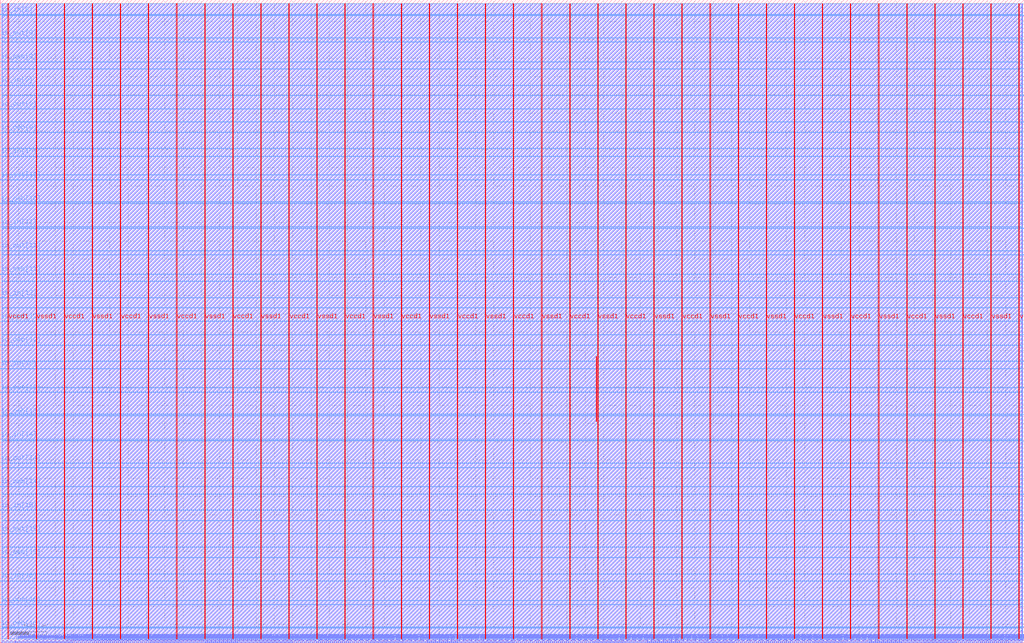
<source format=lef>
VERSION 5.7 ;
  NOWIREEXTENSIONATPIN ON ;
  DIVIDERCHAR "/" ;
  BUSBITCHARS "[]" ;
MACRO mpw2304c_mp
  CLASS BLOCK ;
  FOREIGN mpw2304c_mp ;
  ORIGIN 0.000 0.000 ;
  SIZE 2800.000 BY 1760.000 ;
  PIN io_in[0]
    DIRECTION INPUT ;
    USE SIGNAL ;
    PORT
      LAYER met3 ;
        RECT 2796.000 42.880 2800.000 43.480 ;
    END
  END io_in[0]
  PIN io_in[10]
    DIRECTION INPUT ;
    USE SIGNAL ;
    PORT
      LAYER met3 ;
        RECT 0.000 1331.480 4.000 1332.080 ;
    END
  END io_in[10]
  PIN io_in[11]
    DIRECTION INPUT ;
    USE SIGNAL ;
    PORT
      LAYER met3 ;
        RECT 0.000 1137.680 4.000 1138.280 ;
    END
  END io_in[11]
  PIN io_in[12]
    DIRECTION INPUT ;
    USE SIGNAL ;
    PORT
      LAYER met3 ;
        RECT 0.000 943.880 4.000 944.480 ;
    END
  END io_in[12]
  PIN io_in[13]
    DIRECTION INPUT ;
    USE SIGNAL ;
    PORT
      LAYER met3 ;
        RECT 0.000 750.080 4.000 750.680 ;
    END
  END io_in[13]
  PIN io_in[14]
    DIRECTION INPUT ;
    USE SIGNAL ;
    PORT
      LAYER met3 ;
        RECT 0.000 556.280 4.000 556.880 ;
    END
  END io_in[14]
  PIN io_in[15]
    DIRECTION INPUT ;
    USE SIGNAL ;
    PORT
      LAYER met3 ;
        RECT 0.000 362.480 4.000 363.080 ;
    END
  END io_in[15]
  PIN io_in[16]
    DIRECTION INPUT ;
    USE SIGNAL ;
    PORT
      LAYER met3 ;
        RECT 0.000 168.680 4.000 169.280 ;
    END
  END io_in[16]
  PIN io_in[1]
    DIRECTION INPUT ;
    USE SIGNAL ;
    PORT
      LAYER met3 ;
        RECT 2796.000 261.160 2800.000 261.760 ;
    END
  END io_in[1]
  PIN io_in[2]
    DIRECTION INPUT ;
    USE SIGNAL ;
    PORT
      LAYER met3 ;
        RECT 2796.000 479.440 2800.000 480.040 ;
    END
  END io_in[2]
  PIN io_in[3]
    DIRECTION INPUT ;
    USE SIGNAL ;
    PORT
      LAYER met3 ;
        RECT 2796.000 697.720 2800.000 698.320 ;
    END
  END io_in[3]
  PIN io_in[4]
    DIRECTION INPUT ;
    USE SIGNAL ;
    PORT
      LAYER met3 ;
        RECT 2796.000 916.000 2800.000 916.600 ;
    END
  END io_in[4]
  PIN io_in[5]
    DIRECTION INPUT ;
    USE SIGNAL ;
    PORT
      LAYER met3 ;
        RECT 2796.000 1134.280 2800.000 1134.880 ;
    END
  END io_in[5]
  PIN io_in[6]
    DIRECTION INPUT ;
    USE SIGNAL ;
    PORT
      LAYER met3 ;
        RECT 2796.000 1352.560 2800.000 1353.160 ;
    END
  END io_in[6]
  PIN io_in[7]
    DIRECTION INPUT ;
    USE SIGNAL ;
    PORT
      LAYER met3 ;
        RECT 2796.000 1570.840 2800.000 1571.440 ;
    END
  END io_in[7]
  PIN io_in[8]
    DIRECTION INPUT ;
    USE SIGNAL ;
    PORT
      LAYER met3 ;
        RECT 0.000 1719.080 4.000 1719.680 ;
    END
  END io_in[8]
  PIN io_in[9]
    DIRECTION INPUT ;
    USE SIGNAL ;
    PORT
      LAYER met3 ;
        RECT 0.000 1525.280 4.000 1525.880 ;
    END
  END io_in[9]
  PIN io_oeb[0]
    DIRECTION OUTPUT TRISTATE ;
    USE SIGNAL ;
    PORT
      LAYER met3 ;
        RECT 2796.000 188.400 2800.000 189.000 ;
    END
  END io_oeb[0]
  PIN io_oeb[10]
    DIRECTION OUTPUT TRISTATE ;
    USE SIGNAL ;
    PORT
      LAYER met3 ;
        RECT 0.000 1202.280 4.000 1202.880 ;
    END
  END io_oeb[10]
  PIN io_oeb[11]
    DIRECTION OUTPUT TRISTATE ;
    USE SIGNAL ;
    PORT
      LAYER met3 ;
        RECT 0.000 1008.480 4.000 1009.080 ;
    END
  END io_oeb[11]
  PIN io_oeb[12]
    DIRECTION OUTPUT TRISTATE ;
    USE SIGNAL ;
    PORT
      LAYER met3 ;
        RECT 0.000 814.680 4.000 815.280 ;
    END
  END io_oeb[12]
  PIN io_oeb[13]
    DIRECTION OUTPUT TRISTATE ;
    USE SIGNAL ;
    PORT
      LAYER met3 ;
        RECT 0.000 620.880 4.000 621.480 ;
    END
  END io_oeb[13]
  PIN io_oeb[14]
    DIRECTION OUTPUT TRISTATE ;
    USE SIGNAL ;
    PORT
      LAYER met3 ;
        RECT 0.000 427.080 4.000 427.680 ;
    END
  END io_oeb[14]
  PIN io_oeb[15]
    DIRECTION OUTPUT TRISTATE ;
    USE SIGNAL ;
    PORT
      LAYER met3 ;
        RECT 0.000 233.280 4.000 233.880 ;
    END
  END io_oeb[15]
  PIN io_oeb[16]
    DIRECTION OUTPUT TRISTATE ;
    USE SIGNAL ;
    PORT
      LAYER met3 ;
        RECT 0.000 39.480 4.000 40.080 ;
    END
  END io_oeb[16]
  PIN io_oeb[1]
    DIRECTION OUTPUT TRISTATE ;
    USE SIGNAL ;
    PORT
      LAYER met3 ;
        RECT 2796.000 406.680 2800.000 407.280 ;
    END
  END io_oeb[1]
  PIN io_oeb[2]
    DIRECTION OUTPUT TRISTATE ;
    USE SIGNAL ;
    PORT
      LAYER met3 ;
        RECT 2796.000 624.960 2800.000 625.560 ;
    END
  END io_oeb[2]
  PIN io_oeb[3]
    DIRECTION OUTPUT TRISTATE ;
    USE SIGNAL ;
    PORT
      LAYER met3 ;
        RECT 2796.000 843.240 2800.000 843.840 ;
    END
  END io_oeb[3]
  PIN io_oeb[4]
    DIRECTION OUTPUT TRISTATE ;
    USE SIGNAL ;
    PORT
      LAYER met3 ;
        RECT 2796.000 1061.520 2800.000 1062.120 ;
    END
  END io_oeb[4]
  PIN io_oeb[5]
    DIRECTION OUTPUT TRISTATE ;
    USE SIGNAL ;
    PORT
      LAYER met3 ;
        RECT 2796.000 1279.800 2800.000 1280.400 ;
    END
  END io_oeb[5]
  PIN io_oeb[6]
    DIRECTION OUTPUT TRISTATE ;
    USE SIGNAL ;
    PORT
      LAYER met3 ;
        RECT 2796.000 1498.080 2800.000 1498.680 ;
    END
  END io_oeb[6]
  PIN io_oeb[7]
    DIRECTION OUTPUT TRISTATE ;
    USE SIGNAL ;
    PORT
      LAYER met3 ;
        RECT 2796.000 1716.360 2800.000 1716.960 ;
    END
  END io_oeb[7]
  PIN io_oeb[8]
    DIRECTION OUTPUT TRISTATE ;
    USE SIGNAL ;
    PORT
      LAYER met3 ;
        RECT 0.000 1589.880 4.000 1590.480 ;
    END
  END io_oeb[8]
  PIN io_oeb[9]
    DIRECTION OUTPUT TRISTATE ;
    USE SIGNAL ;
    PORT
      LAYER met3 ;
        RECT 0.000 1396.080 4.000 1396.680 ;
    END
  END io_oeb[9]
  PIN io_out[0]
    DIRECTION OUTPUT TRISTATE ;
    USE SIGNAL ;
    PORT
      LAYER met3 ;
        RECT 2796.000 115.640 2800.000 116.240 ;
    END
  END io_out[0]
  PIN io_out[10]
    DIRECTION OUTPUT TRISTATE ;
    USE SIGNAL ;
    PORT
      LAYER met3 ;
        RECT 0.000 1266.880 4.000 1267.480 ;
    END
  END io_out[10]
  PIN io_out[11]
    DIRECTION OUTPUT TRISTATE ;
    USE SIGNAL ;
    PORT
      LAYER met3 ;
        RECT 0.000 1073.080 4.000 1073.680 ;
    END
  END io_out[11]
  PIN io_out[12]
    DIRECTION OUTPUT TRISTATE ;
    USE SIGNAL ;
    PORT
      LAYER met3 ;
        RECT 0.000 879.280 4.000 879.880 ;
    END
  END io_out[12]
  PIN io_out[13]
    DIRECTION OUTPUT TRISTATE ;
    USE SIGNAL ;
    PORT
      LAYER met3 ;
        RECT 0.000 685.480 4.000 686.080 ;
    END
  END io_out[13]
  PIN io_out[14]
    DIRECTION OUTPUT TRISTATE ;
    USE SIGNAL ;
    PORT
      LAYER met3 ;
        RECT 0.000 491.680 4.000 492.280 ;
    END
  END io_out[14]
  PIN io_out[15]
    DIRECTION OUTPUT TRISTATE ;
    USE SIGNAL ;
    PORT
      LAYER met3 ;
        RECT 0.000 297.880 4.000 298.480 ;
    END
  END io_out[15]
  PIN io_out[16]
    DIRECTION OUTPUT TRISTATE ;
    USE SIGNAL ;
    PORT
      LAYER met3 ;
        RECT 0.000 104.080 4.000 104.680 ;
    END
  END io_out[16]
  PIN io_out[1]
    DIRECTION OUTPUT TRISTATE ;
    USE SIGNAL ;
    PORT
      LAYER met3 ;
        RECT 2796.000 333.920 2800.000 334.520 ;
    END
  END io_out[1]
  PIN io_out[2]
    DIRECTION OUTPUT TRISTATE ;
    USE SIGNAL ;
    PORT
      LAYER met3 ;
        RECT 2796.000 552.200 2800.000 552.800 ;
    END
  END io_out[2]
  PIN io_out[3]
    DIRECTION OUTPUT TRISTATE ;
    USE SIGNAL ;
    PORT
      LAYER met3 ;
        RECT 2796.000 770.480 2800.000 771.080 ;
    END
  END io_out[3]
  PIN io_out[4]
    DIRECTION OUTPUT TRISTATE ;
    USE SIGNAL ;
    PORT
      LAYER met3 ;
        RECT 2796.000 988.760 2800.000 989.360 ;
    END
  END io_out[4]
  PIN io_out[5]
    DIRECTION OUTPUT TRISTATE ;
    USE SIGNAL ;
    PORT
      LAYER met3 ;
        RECT 2796.000 1207.040 2800.000 1207.640 ;
    END
  END io_out[5]
  PIN io_out[6]
    DIRECTION OUTPUT TRISTATE ;
    USE SIGNAL ;
    PORT
      LAYER met3 ;
        RECT 2796.000 1425.320 2800.000 1425.920 ;
    END
  END io_out[6]
  PIN io_out[7]
    DIRECTION OUTPUT TRISTATE ;
    USE SIGNAL ;
    PORT
      LAYER met3 ;
        RECT 2796.000 1643.600 2800.000 1644.200 ;
    END
  END io_out[7]
  PIN io_out[8]
    DIRECTION OUTPUT TRISTATE ;
    USE SIGNAL ;
    PORT
      LAYER met3 ;
        RECT 0.000 1654.480 4.000 1655.080 ;
    END
  END io_out[8]
  PIN io_out[9]
    DIRECTION OUTPUT TRISTATE ;
    USE SIGNAL ;
    PORT
      LAYER met3 ;
        RECT 0.000 1460.680 4.000 1461.280 ;
    END
  END io_out[9]
  PIN irq[0]
    DIRECTION OUTPUT TRISTATE ;
    USE SIGNAL ;
    PORT
      LAYER met2 ;
        RECT 2746.750 0.000 2747.030 4.000 ;
    END
  END irq[0]
  PIN irq[1]
    DIRECTION OUTPUT TRISTATE ;
    USE SIGNAL ;
    PORT
      LAYER met2 ;
        RECT 2752.270 0.000 2752.550 4.000 ;
    END
  END irq[1]
  PIN irq[2]
    DIRECTION OUTPUT TRISTATE ;
    USE SIGNAL ;
    PORT
      LAYER met2 ;
        RECT 2757.790 0.000 2758.070 4.000 ;
    END
  END irq[2]
  PIN la_data_in[0]
    DIRECTION INPUT ;
    USE SIGNAL ;
    PORT
      LAYER met2 ;
        RECT 627.070 0.000 627.350 4.000 ;
    END
  END la_data_in[0]
  PIN la_data_in[100]
    DIRECTION INPUT ;
    USE SIGNAL ;
    PORT
      LAYER met2 ;
        RECT 2283.070 0.000 2283.350 4.000 ;
    END
  END la_data_in[100]
  PIN la_data_in[101]
    DIRECTION INPUT ;
    USE SIGNAL ;
    PORT
      LAYER met2 ;
        RECT 2299.630 0.000 2299.910 4.000 ;
    END
  END la_data_in[101]
  PIN la_data_in[102]
    DIRECTION INPUT ;
    USE SIGNAL ;
    PORT
      LAYER met2 ;
        RECT 2316.190 0.000 2316.470 4.000 ;
    END
  END la_data_in[102]
  PIN la_data_in[103]
    DIRECTION INPUT ;
    USE SIGNAL ;
    PORT
      LAYER met2 ;
        RECT 2332.750 0.000 2333.030 4.000 ;
    END
  END la_data_in[103]
  PIN la_data_in[104]
    DIRECTION INPUT ;
    USE SIGNAL ;
    PORT
      LAYER met2 ;
        RECT 2349.310 0.000 2349.590 4.000 ;
    END
  END la_data_in[104]
  PIN la_data_in[105]
    DIRECTION INPUT ;
    USE SIGNAL ;
    PORT
      LAYER met2 ;
        RECT 2365.870 0.000 2366.150 4.000 ;
    END
  END la_data_in[105]
  PIN la_data_in[106]
    DIRECTION INPUT ;
    USE SIGNAL ;
    PORT
      LAYER met2 ;
        RECT 2382.430 0.000 2382.710 4.000 ;
    END
  END la_data_in[106]
  PIN la_data_in[107]
    DIRECTION INPUT ;
    USE SIGNAL ;
    PORT
      LAYER met2 ;
        RECT 2398.990 0.000 2399.270 4.000 ;
    END
  END la_data_in[107]
  PIN la_data_in[108]
    DIRECTION INPUT ;
    USE SIGNAL ;
    PORT
      LAYER met2 ;
        RECT 2415.550 0.000 2415.830 4.000 ;
    END
  END la_data_in[108]
  PIN la_data_in[109]
    DIRECTION INPUT ;
    USE SIGNAL ;
    PORT
      LAYER met2 ;
        RECT 2432.110 0.000 2432.390 4.000 ;
    END
  END la_data_in[109]
  PIN la_data_in[10]
    DIRECTION INPUT ;
    USE SIGNAL ;
    PORT
      LAYER met2 ;
        RECT 792.670 0.000 792.950 4.000 ;
    END
  END la_data_in[10]
  PIN la_data_in[110]
    DIRECTION INPUT ;
    USE SIGNAL ;
    PORT
      LAYER met2 ;
        RECT 2448.670 0.000 2448.950 4.000 ;
    END
  END la_data_in[110]
  PIN la_data_in[111]
    DIRECTION INPUT ;
    USE SIGNAL ;
    PORT
      LAYER met2 ;
        RECT 2465.230 0.000 2465.510 4.000 ;
    END
  END la_data_in[111]
  PIN la_data_in[112]
    DIRECTION INPUT ;
    USE SIGNAL ;
    PORT
      LAYER met2 ;
        RECT 2481.790 0.000 2482.070 4.000 ;
    END
  END la_data_in[112]
  PIN la_data_in[113]
    DIRECTION INPUT ;
    USE SIGNAL ;
    PORT
      LAYER met2 ;
        RECT 2498.350 0.000 2498.630 4.000 ;
    END
  END la_data_in[113]
  PIN la_data_in[114]
    DIRECTION INPUT ;
    USE SIGNAL ;
    PORT
      LAYER met2 ;
        RECT 2514.910 0.000 2515.190 4.000 ;
    END
  END la_data_in[114]
  PIN la_data_in[115]
    DIRECTION INPUT ;
    USE SIGNAL ;
    PORT
      LAYER met2 ;
        RECT 2531.470 0.000 2531.750 4.000 ;
    END
  END la_data_in[115]
  PIN la_data_in[116]
    DIRECTION INPUT ;
    USE SIGNAL ;
    PORT
      LAYER met2 ;
        RECT 2548.030 0.000 2548.310 4.000 ;
    END
  END la_data_in[116]
  PIN la_data_in[117]
    DIRECTION INPUT ;
    USE SIGNAL ;
    PORT
      LAYER met2 ;
        RECT 2564.590 0.000 2564.870 4.000 ;
    END
  END la_data_in[117]
  PIN la_data_in[118]
    DIRECTION INPUT ;
    USE SIGNAL ;
    PORT
      LAYER met2 ;
        RECT 2581.150 0.000 2581.430 4.000 ;
    END
  END la_data_in[118]
  PIN la_data_in[119]
    DIRECTION INPUT ;
    USE SIGNAL ;
    PORT
      LAYER met2 ;
        RECT 2597.710 0.000 2597.990 4.000 ;
    END
  END la_data_in[119]
  PIN la_data_in[11]
    DIRECTION INPUT ;
    USE SIGNAL ;
    PORT
      LAYER met2 ;
        RECT 809.230 0.000 809.510 4.000 ;
    END
  END la_data_in[11]
  PIN la_data_in[120]
    DIRECTION INPUT ;
    USE SIGNAL ;
    PORT
      LAYER met2 ;
        RECT 2614.270 0.000 2614.550 4.000 ;
    END
  END la_data_in[120]
  PIN la_data_in[121]
    DIRECTION INPUT ;
    USE SIGNAL ;
    PORT
      LAYER met2 ;
        RECT 2630.830 0.000 2631.110 4.000 ;
    END
  END la_data_in[121]
  PIN la_data_in[122]
    DIRECTION INPUT ;
    USE SIGNAL ;
    PORT
      LAYER met2 ;
        RECT 2647.390 0.000 2647.670 4.000 ;
    END
  END la_data_in[122]
  PIN la_data_in[123]
    DIRECTION INPUT ;
    USE SIGNAL ;
    PORT
      LAYER met2 ;
        RECT 2663.950 0.000 2664.230 4.000 ;
    END
  END la_data_in[123]
  PIN la_data_in[124]
    DIRECTION INPUT ;
    USE SIGNAL ;
    PORT
      LAYER met2 ;
        RECT 2680.510 0.000 2680.790 4.000 ;
    END
  END la_data_in[124]
  PIN la_data_in[125]
    DIRECTION INPUT ;
    USE SIGNAL ;
    PORT
      LAYER met2 ;
        RECT 2697.070 0.000 2697.350 4.000 ;
    END
  END la_data_in[125]
  PIN la_data_in[126]
    DIRECTION INPUT ;
    USE SIGNAL ;
    PORT
      LAYER met2 ;
        RECT 2713.630 0.000 2713.910 4.000 ;
    END
  END la_data_in[126]
  PIN la_data_in[127]
    DIRECTION INPUT ;
    USE SIGNAL ;
    PORT
      LAYER met2 ;
        RECT 2730.190 0.000 2730.470 4.000 ;
    END
  END la_data_in[127]
  PIN la_data_in[12]
    DIRECTION INPUT ;
    USE SIGNAL ;
    PORT
      LAYER met2 ;
        RECT 825.790 0.000 826.070 4.000 ;
    END
  END la_data_in[12]
  PIN la_data_in[13]
    DIRECTION INPUT ;
    USE SIGNAL ;
    PORT
      LAYER met2 ;
        RECT 842.350 0.000 842.630 4.000 ;
    END
  END la_data_in[13]
  PIN la_data_in[14]
    DIRECTION INPUT ;
    USE SIGNAL ;
    PORT
      LAYER met2 ;
        RECT 858.910 0.000 859.190 4.000 ;
    END
  END la_data_in[14]
  PIN la_data_in[15]
    DIRECTION INPUT ;
    USE SIGNAL ;
    PORT
      LAYER met2 ;
        RECT 875.470 0.000 875.750 4.000 ;
    END
  END la_data_in[15]
  PIN la_data_in[16]
    DIRECTION INPUT ;
    USE SIGNAL ;
    PORT
      LAYER met2 ;
        RECT 892.030 0.000 892.310 4.000 ;
    END
  END la_data_in[16]
  PIN la_data_in[17]
    DIRECTION INPUT ;
    USE SIGNAL ;
    PORT
      LAYER met2 ;
        RECT 908.590 0.000 908.870 4.000 ;
    END
  END la_data_in[17]
  PIN la_data_in[18]
    DIRECTION INPUT ;
    USE SIGNAL ;
    PORT
      LAYER met2 ;
        RECT 925.150 0.000 925.430 4.000 ;
    END
  END la_data_in[18]
  PIN la_data_in[19]
    DIRECTION INPUT ;
    USE SIGNAL ;
    PORT
      LAYER met2 ;
        RECT 941.710 0.000 941.990 4.000 ;
    END
  END la_data_in[19]
  PIN la_data_in[1]
    DIRECTION INPUT ;
    USE SIGNAL ;
    PORT
      LAYER met2 ;
        RECT 643.630 0.000 643.910 4.000 ;
    END
  END la_data_in[1]
  PIN la_data_in[20]
    DIRECTION INPUT ;
    USE SIGNAL ;
    PORT
      LAYER met2 ;
        RECT 958.270 0.000 958.550 4.000 ;
    END
  END la_data_in[20]
  PIN la_data_in[21]
    DIRECTION INPUT ;
    USE SIGNAL ;
    PORT
      LAYER met2 ;
        RECT 974.830 0.000 975.110 4.000 ;
    END
  END la_data_in[21]
  PIN la_data_in[22]
    DIRECTION INPUT ;
    USE SIGNAL ;
    PORT
      LAYER met2 ;
        RECT 991.390 0.000 991.670 4.000 ;
    END
  END la_data_in[22]
  PIN la_data_in[23]
    DIRECTION INPUT ;
    USE SIGNAL ;
    PORT
      LAYER met2 ;
        RECT 1007.950 0.000 1008.230 4.000 ;
    END
  END la_data_in[23]
  PIN la_data_in[24]
    DIRECTION INPUT ;
    USE SIGNAL ;
    PORT
      LAYER met2 ;
        RECT 1024.510 0.000 1024.790 4.000 ;
    END
  END la_data_in[24]
  PIN la_data_in[25]
    DIRECTION INPUT ;
    USE SIGNAL ;
    PORT
      LAYER met2 ;
        RECT 1041.070 0.000 1041.350 4.000 ;
    END
  END la_data_in[25]
  PIN la_data_in[26]
    DIRECTION INPUT ;
    USE SIGNAL ;
    PORT
      LAYER met2 ;
        RECT 1057.630 0.000 1057.910 4.000 ;
    END
  END la_data_in[26]
  PIN la_data_in[27]
    DIRECTION INPUT ;
    USE SIGNAL ;
    PORT
      LAYER met2 ;
        RECT 1074.190 0.000 1074.470 4.000 ;
    END
  END la_data_in[27]
  PIN la_data_in[28]
    DIRECTION INPUT ;
    USE SIGNAL ;
    PORT
      LAYER met2 ;
        RECT 1090.750 0.000 1091.030 4.000 ;
    END
  END la_data_in[28]
  PIN la_data_in[29]
    DIRECTION INPUT ;
    USE SIGNAL ;
    PORT
      LAYER met2 ;
        RECT 1107.310 0.000 1107.590 4.000 ;
    END
  END la_data_in[29]
  PIN la_data_in[2]
    DIRECTION INPUT ;
    USE SIGNAL ;
    PORT
      LAYER met2 ;
        RECT 660.190 0.000 660.470 4.000 ;
    END
  END la_data_in[2]
  PIN la_data_in[30]
    DIRECTION INPUT ;
    USE SIGNAL ;
    PORT
      LAYER met2 ;
        RECT 1123.870 0.000 1124.150 4.000 ;
    END
  END la_data_in[30]
  PIN la_data_in[31]
    DIRECTION INPUT ;
    USE SIGNAL ;
    PORT
      LAYER met2 ;
        RECT 1140.430 0.000 1140.710 4.000 ;
    END
  END la_data_in[31]
  PIN la_data_in[32]
    DIRECTION INPUT ;
    USE SIGNAL ;
    PORT
      LAYER met2 ;
        RECT 1156.990 0.000 1157.270 4.000 ;
    END
  END la_data_in[32]
  PIN la_data_in[33]
    DIRECTION INPUT ;
    USE SIGNAL ;
    PORT
      LAYER met2 ;
        RECT 1173.550 0.000 1173.830 4.000 ;
    END
  END la_data_in[33]
  PIN la_data_in[34]
    DIRECTION INPUT ;
    USE SIGNAL ;
    PORT
      LAYER met2 ;
        RECT 1190.110 0.000 1190.390 4.000 ;
    END
  END la_data_in[34]
  PIN la_data_in[35]
    DIRECTION INPUT ;
    USE SIGNAL ;
    PORT
      LAYER met2 ;
        RECT 1206.670 0.000 1206.950 4.000 ;
    END
  END la_data_in[35]
  PIN la_data_in[36]
    DIRECTION INPUT ;
    USE SIGNAL ;
    PORT
      LAYER met2 ;
        RECT 1223.230 0.000 1223.510 4.000 ;
    END
  END la_data_in[36]
  PIN la_data_in[37]
    DIRECTION INPUT ;
    USE SIGNAL ;
    PORT
      LAYER met2 ;
        RECT 1239.790 0.000 1240.070 4.000 ;
    END
  END la_data_in[37]
  PIN la_data_in[38]
    DIRECTION INPUT ;
    USE SIGNAL ;
    PORT
      LAYER met2 ;
        RECT 1256.350 0.000 1256.630 4.000 ;
    END
  END la_data_in[38]
  PIN la_data_in[39]
    DIRECTION INPUT ;
    USE SIGNAL ;
    PORT
      LAYER met2 ;
        RECT 1272.910 0.000 1273.190 4.000 ;
    END
  END la_data_in[39]
  PIN la_data_in[3]
    DIRECTION INPUT ;
    USE SIGNAL ;
    PORT
      LAYER met2 ;
        RECT 676.750 0.000 677.030 4.000 ;
    END
  END la_data_in[3]
  PIN la_data_in[40]
    DIRECTION INPUT ;
    USE SIGNAL ;
    PORT
      LAYER met2 ;
        RECT 1289.470 0.000 1289.750 4.000 ;
    END
  END la_data_in[40]
  PIN la_data_in[41]
    DIRECTION INPUT ;
    USE SIGNAL ;
    PORT
      LAYER met2 ;
        RECT 1306.030 0.000 1306.310 4.000 ;
    END
  END la_data_in[41]
  PIN la_data_in[42]
    DIRECTION INPUT ;
    USE SIGNAL ;
    PORT
      LAYER met2 ;
        RECT 1322.590 0.000 1322.870 4.000 ;
    END
  END la_data_in[42]
  PIN la_data_in[43]
    DIRECTION INPUT ;
    USE SIGNAL ;
    PORT
      LAYER met2 ;
        RECT 1339.150 0.000 1339.430 4.000 ;
    END
  END la_data_in[43]
  PIN la_data_in[44]
    DIRECTION INPUT ;
    USE SIGNAL ;
    PORT
      LAYER met2 ;
        RECT 1355.710 0.000 1355.990 4.000 ;
    END
  END la_data_in[44]
  PIN la_data_in[45]
    DIRECTION INPUT ;
    USE SIGNAL ;
    PORT
      LAYER met2 ;
        RECT 1372.270 0.000 1372.550 4.000 ;
    END
  END la_data_in[45]
  PIN la_data_in[46]
    DIRECTION INPUT ;
    USE SIGNAL ;
    PORT
      LAYER met2 ;
        RECT 1388.830 0.000 1389.110 4.000 ;
    END
  END la_data_in[46]
  PIN la_data_in[47]
    DIRECTION INPUT ;
    USE SIGNAL ;
    PORT
      LAYER met2 ;
        RECT 1405.390 0.000 1405.670 4.000 ;
    END
  END la_data_in[47]
  PIN la_data_in[48]
    DIRECTION INPUT ;
    USE SIGNAL ;
    PORT
      LAYER met2 ;
        RECT 1421.950 0.000 1422.230 4.000 ;
    END
  END la_data_in[48]
  PIN la_data_in[49]
    DIRECTION INPUT ;
    USE SIGNAL ;
    PORT
      LAYER met2 ;
        RECT 1438.510 0.000 1438.790 4.000 ;
    END
  END la_data_in[49]
  PIN la_data_in[4]
    DIRECTION INPUT ;
    USE SIGNAL ;
    PORT
      LAYER met2 ;
        RECT 693.310 0.000 693.590 4.000 ;
    END
  END la_data_in[4]
  PIN la_data_in[50]
    DIRECTION INPUT ;
    USE SIGNAL ;
    PORT
      LAYER met2 ;
        RECT 1455.070 0.000 1455.350 4.000 ;
    END
  END la_data_in[50]
  PIN la_data_in[51]
    DIRECTION INPUT ;
    USE SIGNAL ;
    PORT
      LAYER met2 ;
        RECT 1471.630 0.000 1471.910 4.000 ;
    END
  END la_data_in[51]
  PIN la_data_in[52]
    DIRECTION INPUT ;
    USE SIGNAL ;
    PORT
      LAYER met2 ;
        RECT 1488.190 0.000 1488.470 4.000 ;
    END
  END la_data_in[52]
  PIN la_data_in[53]
    DIRECTION INPUT ;
    USE SIGNAL ;
    PORT
      LAYER met2 ;
        RECT 1504.750 0.000 1505.030 4.000 ;
    END
  END la_data_in[53]
  PIN la_data_in[54]
    DIRECTION INPUT ;
    USE SIGNAL ;
    PORT
      LAYER met2 ;
        RECT 1521.310 0.000 1521.590 4.000 ;
    END
  END la_data_in[54]
  PIN la_data_in[55]
    DIRECTION INPUT ;
    USE SIGNAL ;
    PORT
      LAYER met2 ;
        RECT 1537.870 0.000 1538.150 4.000 ;
    END
  END la_data_in[55]
  PIN la_data_in[56]
    DIRECTION INPUT ;
    USE SIGNAL ;
    PORT
      LAYER met2 ;
        RECT 1554.430 0.000 1554.710 4.000 ;
    END
  END la_data_in[56]
  PIN la_data_in[57]
    DIRECTION INPUT ;
    USE SIGNAL ;
    PORT
      LAYER met2 ;
        RECT 1570.990 0.000 1571.270 4.000 ;
    END
  END la_data_in[57]
  PIN la_data_in[58]
    DIRECTION INPUT ;
    USE SIGNAL ;
    PORT
      LAYER met2 ;
        RECT 1587.550 0.000 1587.830 4.000 ;
    END
  END la_data_in[58]
  PIN la_data_in[59]
    DIRECTION INPUT ;
    USE SIGNAL ;
    PORT
      LAYER met2 ;
        RECT 1604.110 0.000 1604.390 4.000 ;
    END
  END la_data_in[59]
  PIN la_data_in[5]
    DIRECTION INPUT ;
    USE SIGNAL ;
    PORT
      LAYER met2 ;
        RECT 709.870 0.000 710.150 4.000 ;
    END
  END la_data_in[5]
  PIN la_data_in[60]
    DIRECTION INPUT ;
    USE SIGNAL ;
    PORT
      LAYER met2 ;
        RECT 1620.670 0.000 1620.950 4.000 ;
    END
  END la_data_in[60]
  PIN la_data_in[61]
    DIRECTION INPUT ;
    USE SIGNAL ;
    PORT
      LAYER met2 ;
        RECT 1637.230 0.000 1637.510 4.000 ;
    END
  END la_data_in[61]
  PIN la_data_in[62]
    DIRECTION INPUT ;
    USE SIGNAL ;
    PORT
      LAYER met2 ;
        RECT 1653.790 0.000 1654.070 4.000 ;
    END
  END la_data_in[62]
  PIN la_data_in[63]
    DIRECTION INPUT ;
    USE SIGNAL ;
    PORT
      LAYER met2 ;
        RECT 1670.350 0.000 1670.630 4.000 ;
    END
  END la_data_in[63]
  PIN la_data_in[64]
    DIRECTION INPUT ;
    USE SIGNAL ;
    PORT
      LAYER met2 ;
        RECT 1686.910 0.000 1687.190 4.000 ;
    END
  END la_data_in[64]
  PIN la_data_in[65]
    DIRECTION INPUT ;
    USE SIGNAL ;
    PORT
      LAYER met2 ;
        RECT 1703.470 0.000 1703.750 4.000 ;
    END
  END la_data_in[65]
  PIN la_data_in[66]
    DIRECTION INPUT ;
    USE SIGNAL ;
    PORT
      LAYER met2 ;
        RECT 1720.030 0.000 1720.310 4.000 ;
    END
  END la_data_in[66]
  PIN la_data_in[67]
    DIRECTION INPUT ;
    USE SIGNAL ;
    PORT
      LAYER met2 ;
        RECT 1736.590 0.000 1736.870 4.000 ;
    END
  END la_data_in[67]
  PIN la_data_in[68]
    DIRECTION INPUT ;
    USE SIGNAL ;
    PORT
      LAYER met2 ;
        RECT 1753.150 0.000 1753.430 4.000 ;
    END
  END la_data_in[68]
  PIN la_data_in[69]
    DIRECTION INPUT ;
    USE SIGNAL ;
    PORT
      LAYER met2 ;
        RECT 1769.710 0.000 1769.990 4.000 ;
    END
  END la_data_in[69]
  PIN la_data_in[6]
    DIRECTION INPUT ;
    USE SIGNAL ;
    PORT
      LAYER met2 ;
        RECT 726.430 0.000 726.710 4.000 ;
    END
  END la_data_in[6]
  PIN la_data_in[70]
    DIRECTION INPUT ;
    USE SIGNAL ;
    PORT
      LAYER met2 ;
        RECT 1786.270 0.000 1786.550 4.000 ;
    END
  END la_data_in[70]
  PIN la_data_in[71]
    DIRECTION INPUT ;
    USE SIGNAL ;
    PORT
      LAYER met2 ;
        RECT 1802.830 0.000 1803.110 4.000 ;
    END
  END la_data_in[71]
  PIN la_data_in[72]
    DIRECTION INPUT ;
    USE SIGNAL ;
    PORT
      LAYER met2 ;
        RECT 1819.390 0.000 1819.670 4.000 ;
    END
  END la_data_in[72]
  PIN la_data_in[73]
    DIRECTION INPUT ;
    USE SIGNAL ;
    PORT
      LAYER met2 ;
        RECT 1835.950 0.000 1836.230 4.000 ;
    END
  END la_data_in[73]
  PIN la_data_in[74]
    DIRECTION INPUT ;
    USE SIGNAL ;
    PORT
      LAYER met2 ;
        RECT 1852.510 0.000 1852.790 4.000 ;
    END
  END la_data_in[74]
  PIN la_data_in[75]
    DIRECTION INPUT ;
    USE SIGNAL ;
    PORT
      LAYER met2 ;
        RECT 1869.070 0.000 1869.350 4.000 ;
    END
  END la_data_in[75]
  PIN la_data_in[76]
    DIRECTION INPUT ;
    USE SIGNAL ;
    PORT
      LAYER met2 ;
        RECT 1885.630 0.000 1885.910 4.000 ;
    END
  END la_data_in[76]
  PIN la_data_in[77]
    DIRECTION INPUT ;
    USE SIGNAL ;
    PORT
      LAYER met2 ;
        RECT 1902.190 0.000 1902.470 4.000 ;
    END
  END la_data_in[77]
  PIN la_data_in[78]
    DIRECTION INPUT ;
    USE SIGNAL ;
    PORT
      LAYER met2 ;
        RECT 1918.750 0.000 1919.030 4.000 ;
    END
  END la_data_in[78]
  PIN la_data_in[79]
    DIRECTION INPUT ;
    USE SIGNAL ;
    PORT
      LAYER met2 ;
        RECT 1935.310 0.000 1935.590 4.000 ;
    END
  END la_data_in[79]
  PIN la_data_in[7]
    DIRECTION INPUT ;
    USE SIGNAL ;
    PORT
      LAYER met2 ;
        RECT 742.990 0.000 743.270 4.000 ;
    END
  END la_data_in[7]
  PIN la_data_in[80]
    DIRECTION INPUT ;
    USE SIGNAL ;
    PORT
      LAYER met2 ;
        RECT 1951.870 0.000 1952.150 4.000 ;
    END
  END la_data_in[80]
  PIN la_data_in[81]
    DIRECTION INPUT ;
    USE SIGNAL ;
    PORT
      LAYER met2 ;
        RECT 1968.430 0.000 1968.710 4.000 ;
    END
  END la_data_in[81]
  PIN la_data_in[82]
    DIRECTION INPUT ;
    USE SIGNAL ;
    PORT
      LAYER met2 ;
        RECT 1984.990 0.000 1985.270 4.000 ;
    END
  END la_data_in[82]
  PIN la_data_in[83]
    DIRECTION INPUT ;
    USE SIGNAL ;
    PORT
      LAYER met2 ;
        RECT 2001.550 0.000 2001.830 4.000 ;
    END
  END la_data_in[83]
  PIN la_data_in[84]
    DIRECTION INPUT ;
    USE SIGNAL ;
    PORT
      LAYER met2 ;
        RECT 2018.110 0.000 2018.390 4.000 ;
    END
  END la_data_in[84]
  PIN la_data_in[85]
    DIRECTION INPUT ;
    USE SIGNAL ;
    PORT
      LAYER met2 ;
        RECT 2034.670 0.000 2034.950 4.000 ;
    END
  END la_data_in[85]
  PIN la_data_in[86]
    DIRECTION INPUT ;
    USE SIGNAL ;
    PORT
      LAYER met2 ;
        RECT 2051.230 0.000 2051.510 4.000 ;
    END
  END la_data_in[86]
  PIN la_data_in[87]
    DIRECTION INPUT ;
    USE SIGNAL ;
    PORT
      LAYER met2 ;
        RECT 2067.790 0.000 2068.070 4.000 ;
    END
  END la_data_in[87]
  PIN la_data_in[88]
    DIRECTION INPUT ;
    USE SIGNAL ;
    PORT
      LAYER met2 ;
        RECT 2084.350 0.000 2084.630 4.000 ;
    END
  END la_data_in[88]
  PIN la_data_in[89]
    DIRECTION INPUT ;
    USE SIGNAL ;
    PORT
      LAYER met2 ;
        RECT 2100.910 0.000 2101.190 4.000 ;
    END
  END la_data_in[89]
  PIN la_data_in[8]
    DIRECTION INPUT ;
    USE SIGNAL ;
    PORT
      LAYER met2 ;
        RECT 759.550 0.000 759.830 4.000 ;
    END
  END la_data_in[8]
  PIN la_data_in[90]
    DIRECTION INPUT ;
    USE SIGNAL ;
    PORT
      LAYER met2 ;
        RECT 2117.470 0.000 2117.750 4.000 ;
    END
  END la_data_in[90]
  PIN la_data_in[91]
    DIRECTION INPUT ;
    USE SIGNAL ;
    PORT
      LAYER met2 ;
        RECT 2134.030 0.000 2134.310 4.000 ;
    END
  END la_data_in[91]
  PIN la_data_in[92]
    DIRECTION INPUT ;
    USE SIGNAL ;
    PORT
      LAYER met2 ;
        RECT 2150.590 0.000 2150.870 4.000 ;
    END
  END la_data_in[92]
  PIN la_data_in[93]
    DIRECTION INPUT ;
    USE SIGNAL ;
    PORT
      LAYER met2 ;
        RECT 2167.150 0.000 2167.430 4.000 ;
    END
  END la_data_in[93]
  PIN la_data_in[94]
    DIRECTION INPUT ;
    USE SIGNAL ;
    PORT
      LAYER met2 ;
        RECT 2183.710 0.000 2183.990 4.000 ;
    END
  END la_data_in[94]
  PIN la_data_in[95]
    DIRECTION INPUT ;
    USE SIGNAL ;
    PORT
      LAYER met2 ;
        RECT 2200.270 0.000 2200.550 4.000 ;
    END
  END la_data_in[95]
  PIN la_data_in[96]
    DIRECTION INPUT ;
    USE SIGNAL ;
    PORT
      LAYER met2 ;
        RECT 2216.830 0.000 2217.110 4.000 ;
    END
  END la_data_in[96]
  PIN la_data_in[97]
    DIRECTION INPUT ;
    USE SIGNAL ;
    PORT
      LAYER met2 ;
        RECT 2233.390 0.000 2233.670 4.000 ;
    END
  END la_data_in[97]
  PIN la_data_in[98]
    DIRECTION INPUT ;
    USE SIGNAL ;
    PORT
      LAYER met2 ;
        RECT 2249.950 0.000 2250.230 4.000 ;
    END
  END la_data_in[98]
  PIN la_data_in[99]
    DIRECTION INPUT ;
    USE SIGNAL ;
    PORT
      LAYER met2 ;
        RECT 2266.510 0.000 2266.790 4.000 ;
    END
  END la_data_in[99]
  PIN la_data_in[9]
    DIRECTION INPUT ;
    USE SIGNAL ;
    PORT
      LAYER met2 ;
        RECT 776.110 0.000 776.390 4.000 ;
    END
  END la_data_in[9]
  PIN la_data_out[0]
    DIRECTION OUTPUT TRISTATE ;
    USE SIGNAL ;
    PORT
      LAYER met2 ;
        RECT 632.590 0.000 632.870 4.000 ;
    END
  END la_data_out[0]
  PIN la_data_out[100]
    DIRECTION OUTPUT TRISTATE ;
    USE SIGNAL ;
    PORT
      LAYER met2 ;
        RECT 2288.590 0.000 2288.870 4.000 ;
    END
  END la_data_out[100]
  PIN la_data_out[101]
    DIRECTION OUTPUT TRISTATE ;
    USE SIGNAL ;
    PORT
      LAYER met2 ;
        RECT 2305.150 0.000 2305.430 4.000 ;
    END
  END la_data_out[101]
  PIN la_data_out[102]
    DIRECTION OUTPUT TRISTATE ;
    USE SIGNAL ;
    PORT
      LAYER met2 ;
        RECT 2321.710 0.000 2321.990 4.000 ;
    END
  END la_data_out[102]
  PIN la_data_out[103]
    DIRECTION OUTPUT TRISTATE ;
    USE SIGNAL ;
    PORT
      LAYER met2 ;
        RECT 2338.270 0.000 2338.550 4.000 ;
    END
  END la_data_out[103]
  PIN la_data_out[104]
    DIRECTION OUTPUT TRISTATE ;
    USE SIGNAL ;
    PORT
      LAYER met2 ;
        RECT 2354.830 0.000 2355.110 4.000 ;
    END
  END la_data_out[104]
  PIN la_data_out[105]
    DIRECTION OUTPUT TRISTATE ;
    USE SIGNAL ;
    PORT
      LAYER met2 ;
        RECT 2371.390 0.000 2371.670 4.000 ;
    END
  END la_data_out[105]
  PIN la_data_out[106]
    DIRECTION OUTPUT TRISTATE ;
    USE SIGNAL ;
    PORT
      LAYER met2 ;
        RECT 2387.950 0.000 2388.230 4.000 ;
    END
  END la_data_out[106]
  PIN la_data_out[107]
    DIRECTION OUTPUT TRISTATE ;
    USE SIGNAL ;
    PORT
      LAYER met2 ;
        RECT 2404.510 0.000 2404.790 4.000 ;
    END
  END la_data_out[107]
  PIN la_data_out[108]
    DIRECTION OUTPUT TRISTATE ;
    USE SIGNAL ;
    PORT
      LAYER met2 ;
        RECT 2421.070 0.000 2421.350 4.000 ;
    END
  END la_data_out[108]
  PIN la_data_out[109]
    DIRECTION OUTPUT TRISTATE ;
    USE SIGNAL ;
    PORT
      LAYER met2 ;
        RECT 2437.630 0.000 2437.910 4.000 ;
    END
  END la_data_out[109]
  PIN la_data_out[10]
    DIRECTION OUTPUT TRISTATE ;
    USE SIGNAL ;
    PORT
      LAYER met2 ;
        RECT 798.190 0.000 798.470 4.000 ;
    END
  END la_data_out[10]
  PIN la_data_out[110]
    DIRECTION OUTPUT TRISTATE ;
    USE SIGNAL ;
    PORT
      LAYER met2 ;
        RECT 2454.190 0.000 2454.470 4.000 ;
    END
  END la_data_out[110]
  PIN la_data_out[111]
    DIRECTION OUTPUT TRISTATE ;
    USE SIGNAL ;
    PORT
      LAYER met2 ;
        RECT 2470.750 0.000 2471.030 4.000 ;
    END
  END la_data_out[111]
  PIN la_data_out[112]
    DIRECTION OUTPUT TRISTATE ;
    USE SIGNAL ;
    PORT
      LAYER met2 ;
        RECT 2487.310 0.000 2487.590 4.000 ;
    END
  END la_data_out[112]
  PIN la_data_out[113]
    DIRECTION OUTPUT TRISTATE ;
    USE SIGNAL ;
    PORT
      LAYER met2 ;
        RECT 2503.870 0.000 2504.150 4.000 ;
    END
  END la_data_out[113]
  PIN la_data_out[114]
    DIRECTION OUTPUT TRISTATE ;
    USE SIGNAL ;
    PORT
      LAYER met2 ;
        RECT 2520.430 0.000 2520.710 4.000 ;
    END
  END la_data_out[114]
  PIN la_data_out[115]
    DIRECTION OUTPUT TRISTATE ;
    USE SIGNAL ;
    PORT
      LAYER met2 ;
        RECT 2536.990 0.000 2537.270 4.000 ;
    END
  END la_data_out[115]
  PIN la_data_out[116]
    DIRECTION OUTPUT TRISTATE ;
    USE SIGNAL ;
    PORT
      LAYER met2 ;
        RECT 2553.550 0.000 2553.830 4.000 ;
    END
  END la_data_out[116]
  PIN la_data_out[117]
    DIRECTION OUTPUT TRISTATE ;
    USE SIGNAL ;
    PORT
      LAYER met2 ;
        RECT 2570.110 0.000 2570.390 4.000 ;
    END
  END la_data_out[117]
  PIN la_data_out[118]
    DIRECTION OUTPUT TRISTATE ;
    USE SIGNAL ;
    PORT
      LAYER met2 ;
        RECT 2586.670 0.000 2586.950 4.000 ;
    END
  END la_data_out[118]
  PIN la_data_out[119]
    DIRECTION OUTPUT TRISTATE ;
    USE SIGNAL ;
    PORT
      LAYER met2 ;
        RECT 2603.230 0.000 2603.510 4.000 ;
    END
  END la_data_out[119]
  PIN la_data_out[11]
    DIRECTION OUTPUT TRISTATE ;
    USE SIGNAL ;
    PORT
      LAYER met2 ;
        RECT 814.750 0.000 815.030 4.000 ;
    END
  END la_data_out[11]
  PIN la_data_out[120]
    DIRECTION OUTPUT TRISTATE ;
    USE SIGNAL ;
    PORT
      LAYER met2 ;
        RECT 2619.790 0.000 2620.070 4.000 ;
    END
  END la_data_out[120]
  PIN la_data_out[121]
    DIRECTION OUTPUT TRISTATE ;
    USE SIGNAL ;
    PORT
      LAYER met2 ;
        RECT 2636.350 0.000 2636.630 4.000 ;
    END
  END la_data_out[121]
  PIN la_data_out[122]
    DIRECTION OUTPUT TRISTATE ;
    USE SIGNAL ;
    PORT
      LAYER met2 ;
        RECT 2652.910 0.000 2653.190 4.000 ;
    END
  END la_data_out[122]
  PIN la_data_out[123]
    DIRECTION OUTPUT TRISTATE ;
    USE SIGNAL ;
    PORT
      LAYER met2 ;
        RECT 2669.470 0.000 2669.750 4.000 ;
    END
  END la_data_out[123]
  PIN la_data_out[124]
    DIRECTION OUTPUT TRISTATE ;
    USE SIGNAL ;
    PORT
      LAYER met2 ;
        RECT 2686.030 0.000 2686.310 4.000 ;
    END
  END la_data_out[124]
  PIN la_data_out[125]
    DIRECTION OUTPUT TRISTATE ;
    USE SIGNAL ;
    PORT
      LAYER met2 ;
        RECT 2702.590 0.000 2702.870 4.000 ;
    END
  END la_data_out[125]
  PIN la_data_out[126]
    DIRECTION OUTPUT TRISTATE ;
    USE SIGNAL ;
    PORT
      LAYER met2 ;
        RECT 2719.150 0.000 2719.430 4.000 ;
    END
  END la_data_out[126]
  PIN la_data_out[127]
    DIRECTION OUTPUT TRISTATE ;
    USE SIGNAL ;
    PORT
      LAYER met2 ;
        RECT 2735.710 0.000 2735.990 4.000 ;
    END
  END la_data_out[127]
  PIN la_data_out[12]
    DIRECTION OUTPUT TRISTATE ;
    USE SIGNAL ;
    PORT
      LAYER met2 ;
        RECT 831.310 0.000 831.590 4.000 ;
    END
  END la_data_out[12]
  PIN la_data_out[13]
    DIRECTION OUTPUT TRISTATE ;
    USE SIGNAL ;
    PORT
      LAYER met2 ;
        RECT 847.870 0.000 848.150 4.000 ;
    END
  END la_data_out[13]
  PIN la_data_out[14]
    DIRECTION OUTPUT TRISTATE ;
    USE SIGNAL ;
    PORT
      LAYER met2 ;
        RECT 864.430 0.000 864.710 4.000 ;
    END
  END la_data_out[14]
  PIN la_data_out[15]
    DIRECTION OUTPUT TRISTATE ;
    USE SIGNAL ;
    PORT
      LAYER met2 ;
        RECT 880.990 0.000 881.270 4.000 ;
    END
  END la_data_out[15]
  PIN la_data_out[16]
    DIRECTION OUTPUT TRISTATE ;
    USE SIGNAL ;
    PORT
      LAYER met2 ;
        RECT 897.550 0.000 897.830 4.000 ;
    END
  END la_data_out[16]
  PIN la_data_out[17]
    DIRECTION OUTPUT TRISTATE ;
    USE SIGNAL ;
    PORT
      LAYER met2 ;
        RECT 914.110 0.000 914.390 4.000 ;
    END
  END la_data_out[17]
  PIN la_data_out[18]
    DIRECTION OUTPUT TRISTATE ;
    USE SIGNAL ;
    PORT
      LAYER met2 ;
        RECT 930.670 0.000 930.950 4.000 ;
    END
  END la_data_out[18]
  PIN la_data_out[19]
    DIRECTION OUTPUT TRISTATE ;
    USE SIGNAL ;
    PORT
      LAYER met2 ;
        RECT 947.230 0.000 947.510 4.000 ;
    END
  END la_data_out[19]
  PIN la_data_out[1]
    DIRECTION OUTPUT TRISTATE ;
    USE SIGNAL ;
    PORT
      LAYER met2 ;
        RECT 649.150 0.000 649.430 4.000 ;
    END
  END la_data_out[1]
  PIN la_data_out[20]
    DIRECTION OUTPUT TRISTATE ;
    USE SIGNAL ;
    PORT
      LAYER met2 ;
        RECT 963.790 0.000 964.070 4.000 ;
    END
  END la_data_out[20]
  PIN la_data_out[21]
    DIRECTION OUTPUT TRISTATE ;
    USE SIGNAL ;
    PORT
      LAYER met2 ;
        RECT 980.350 0.000 980.630 4.000 ;
    END
  END la_data_out[21]
  PIN la_data_out[22]
    DIRECTION OUTPUT TRISTATE ;
    USE SIGNAL ;
    PORT
      LAYER met2 ;
        RECT 996.910 0.000 997.190 4.000 ;
    END
  END la_data_out[22]
  PIN la_data_out[23]
    DIRECTION OUTPUT TRISTATE ;
    USE SIGNAL ;
    PORT
      LAYER met2 ;
        RECT 1013.470 0.000 1013.750 4.000 ;
    END
  END la_data_out[23]
  PIN la_data_out[24]
    DIRECTION OUTPUT TRISTATE ;
    USE SIGNAL ;
    PORT
      LAYER met2 ;
        RECT 1030.030 0.000 1030.310 4.000 ;
    END
  END la_data_out[24]
  PIN la_data_out[25]
    DIRECTION OUTPUT TRISTATE ;
    USE SIGNAL ;
    PORT
      LAYER met2 ;
        RECT 1046.590 0.000 1046.870 4.000 ;
    END
  END la_data_out[25]
  PIN la_data_out[26]
    DIRECTION OUTPUT TRISTATE ;
    USE SIGNAL ;
    PORT
      LAYER met2 ;
        RECT 1063.150 0.000 1063.430 4.000 ;
    END
  END la_data_out[26]
  PIN la_data_out[27]
    DIRECTION OUTPUT TRISTATE ;
    USE SIGNAL ;
    PORT
      LAYER met2 ;
        RECT 1079.710 0.000 1079.990 4.000 ;
    END
  END la_data_out[27]
  PIN la_data_out[28]
    DIRECTION OUTPUT TRISTATE ;
    USE SIGNAL ;
    PORT
      LAYER met2 ;
        RECT 1096.270 0.000 1096.550 4.000 ;
    END
  END la_data_out[28]
  PIN la_data_out[29]
    DIRECTION OUTPUT TRISTATE ;
    USE SIGNAL ;
    PORT
      LAYER met2 ;
        RECT 1112.830 0.000 1113.110 4.000 ;
    END
  END la_data_out[29]
  PIN la_data_out[2]
    DIRECTION OUTPUT TRISTATE ;
    USE SIGNAL ;
    PORT
      LAYER met2 ;
        RECT 665.710 0.000 665.990 4.000 ;
    END
  END la_data_out[2]
  PIN la_data_out[30]
    DIRECTION OUTPUT TRISTATE ;
    USE SIGNAL ;
    PORT
      LAYER met2 ;
        RECT 1129.390 0.000 1129.670 4.000 ;
    END
  END la_data_out[30]
  PIN la_data_out[31]
    DIRECTION OUTPUT TRISTATE ;
    USE SIGNAL ;
    PORT
      LAYER met2 ;
        RECT 1145.950 0.000 1146.230 4.000 ;
    END
  END la_data_out[31]
  PIN la_data_out[32]
    DIRECTION OUTPUT TRISTATE ;
    USE SIGNAL ;
    PORT
      LAYER met2 ;
        RECT 1162.510 0.000 1162.790 4.000 ;
    END
  END la_data_out[32]
  PIN la_data_out[33]
    DIRECTION OUTPUT TRISTATE ;
    USE SIGNAL ;
    PORT
      LAYER met2 ;
        RECT 1179.070 0.000 1179.350 4.000 ;
    END
  END la_data_out[33]
  PIN la_data_out[34]
    DIRECTION OUTPUT TRISTATE ;
    USE SIGNAL ;
    PORT
      LAYER met2 ;
        RECT 1195.630 0.000 1195.910 4.000 ;
    END
  END la_data_out[34]
  PIN la_data_out[35]
    DIRECTION OUTPUT TRISTATE ;
    USE SIGNAL ;
    PORT
      LAYER met2 ;
        RECT 1212.190 0.000 1212.470 4.000 ;
    END
  END la_data_out[35]
  PIN la_data_out[36]
    DIRECTION OUTPUT TRISTATE ;
    USE SIGNAL ;
    PORT
      LAYER met2 ;
        RECT 1228.750 0.000 1229.030 4.000 ;
    END
  END la_data_out[36]
  PIN la_data_out[37]
    DIRECTION OUTPUT TRISTATE ;
    USE SIGNAL ;
    PORT
      LAYER met2 ;
        RECT 1245.310 0.000 1245.590 4.000 ;
    END
  END la_data_out[37]
  PIN la_data_out[38]
    DIRECTION OUTPUT TRISTATE ;
    USE SIGNAL ;
    PORT
      LAYER met2 ;
        RECT 1261.870 0.000 1262.150 4.000 ;
    END
  END la_data_out[38]
  PIN la_data_out[39]
    DIRECTION OUTPUT TRISTATE ;
    USE SIGNAL ;
    PORT
      LAYER met2 ;
        RECT 1278.430 0.000 1278.710 4.000 ;
    END
  END la_data_out[39]
  PIN la_data_out[3]
    DIRECTION OUTPUT TRISTATE ;
    USE SIGNAL ;
    PORT
      LAYER met2 ;
        RECT 682.270 0.000 682.550 4.000 ;
    END
  END la_data_out[3]
  PIN la_data_out[40]
    DIRECTION OUTPUT TRISTATE ;
    USE SIGNAL ;
    PORT
      LAYER met2 ;
        RECT 1294.990 0.000 1295.270 4.000 ;
    END
  END la_data_out[40]
  PIN la_data_out[41]
    DIRECTION OUTPUT TRISTATE ;
    USE SIGNAL ;
    PORT
      LAYER met2 ;
        RECT 1311.550 0.000 1311.830 4.000 ;
    END
  END la_data_out[41]
  PIN la_data_out[42]
    DIRECTION OUTPUT TRISTATE ;
    USE SIGNAL ;
    PORT
      LAYER met2 ;
        RECT 1328.110 0.000 1328.390 4.000 ;
    END
  END la_data_out[42]
  PIN la_data_out[43]
    DIRECTION OUTPUT TRISTATE ;
    USE SIGNAL ;
    PORT
      LAYER met2 ;
        RECT 1344.670 0.000 1344.950 4.000 ;
    END
  END la_data_out[43]
  PIN la_data_out[44]
    DIRECTION OUTPUT TRISTATE ;
    USE SIGNAL ;
    PORT
      LAYER met2 ;
        RECT 1361.230 0.000 1361.510 4.000 ;
    END
  END la_data_out[44]
  PIN la_data_out[45]
    DIRECTION OUTPUT TRISTATE ;
    USE SIGNAL ;
    PORT
      LAYER met2 ;
        RECT 1377.790 0.000 1378.070 4.000 ;
    END
  END la_data_out[45]
  PIN la_data_out[46]
    DIRECTION OUTPUT TRISTATE ;
    USE SIGNAL ;
    PORT
      LAYER met2 ;
        RECT 1394.350 0.000 1394.630 4.000 ;
    END
  END la_data_out[46]
  PIN la_data_out[47]
    DIRECTION OUTPUT TRISTATE ;
    USE SIGNAL ;
    PORT
      LAYER met2 ;
        RECT 1410.910 0.000 1411.190 4.000 ;
    END
  END la_data_out[47]
  PIN la_data_out[48]
    DIRECTION OUTPUT TRISTATE ;
    USE SIGNAL ;
    PORT
      LAYER met2 ;
        RECT 1427.470 0.000 1427.750 4.000 ;
    END
  END la_data_out[48]
  PIN la_data_out[49]
    DIRECTION OUTPUT TRISTATE ;
    USE SIGNAL ;
    PORT
      LAYER met2 ;
        RECT 1444.030 0.000 1444.310 4.000 ;
    END
  END la_data_out[49]
  PIN la_data_out[4]
    DIRECTION OUTPUT TRISTATE ;
    USE SIGNAL ;
    PORT
      LAYER met2 ;
        RECT 698.830 0.000 699.110 4.000 ;
    END
  END la_data_out[4]
  PIN la_data_out[50]
    DIRECTION OUTPUT TRISTATE ;
    USE SIGNAL ;
    PORT
      LAYER met2 ;
        RECT 1460.590 0.000 1460.870 4.000 ;
    END
  END la_data_out[50]
  PIN la_data_out[51]
    DIRECTION OUTPUT TRISTATE ;
    USE SIGNAL ;
    PORT
      LAYER met2 ;
        RECT 1477.150 0.000 1477.430 4.000 ;
    END
  END la_data_out[51]
  PIN la_data_out[52]
    DIRECTION OUTPUT TRISTATE ;
    USE SIGNAL ;
    PORT
      LAYER met2 ;
        RECT 1493.710 0.000 1493.990 4.000 ;
    END
  END la_data_out[52]
  PIN la_data_out[53]
    DIRECTION OUTPUT TRISTATE ;
    USE SIGNAL ;
    PORT
      LAYER met2 ;
        RECT 1510.270 0.000 1510.550 4.000 ;
    END
  END la_data_out[53]
  PIN la_data_out[54]
    DIRECTION OUTPUT TRISTATE ;
    USE SIGNAL ;
    PORT
      LAYER met2 ;
        RECT 1526.830 0.000 1527.110 4.000 ;
    END
  END la_data_out[54]
  PIN la_data_out[55]
    DIRECTION OUTPUT TRISTATE ;
    USE SIGNAL ;
    PORT
      LAYER met2 ;
        RECT 1543.390 0.000 1543.670 4.000 ;
    END
  END la_data_out[55]
  PIN la_data_out[56]
    DIRECTION OUTPUT TRISTATE ;
    USE SIGNAL ;
    PORT
      LAYER met2 ;
        RECT 1559.950 0.000 1560.230 4.000 ;
    END
  END la_data_out[56]
  PIN la_data_out[57]
    DIRECTION OUTPUT TRISTATE ;
    USE SIGNAL ;
    PORT
      LAYER met2 ;
        RECT 1576.510 0.000 1576.790 4.000 ;
    END
  END la_data_out[57]
  PIN la_data_out[58]
    DIRECTION OUTPUT TRISTATE ;
    USE SIGNAL ;
    PORT
      LAYER met2 ;
        RECT 1593.070 0.000 1593.350 4.000 ;
    END
  END la_data_out[58]
  PIN la_data_out[59]
    DIRECTION OUTPUT TRISTATE ;
    USE SIGNAL ;
    PORT
      LAYER met2 ;
        RECT 1609.630 0.000 1609.910 4.000 ;
    END
  END la_data_out[59]
  PIN la_data_out[5]
    DIRECTION OUTPUT TRISTATE ;
    USE SIGNAL ;
    PORT
      LAYER met2 ;
        RECT 715.390 0.000 715.670 4.000 ;
    END
  END la_data_out[5]
  PIN la_data_out[60]
    DIRECTION OUTPUT TRISTATE ;
    USE SIGNAL ;
    PORT
      LAYER met2 ;
        RECT 1626.190 0.000 1626.470 4.000 ;
    END
  END la_data_out[60]
  PIN la_data_out[61]
    DIRECTION OUTPUT TRISTATE ;
    USE SIGNAL ;
    PORT
      LAYER met2 ;
        RECT 1642.750 0.000 1643.030 4.000 ;
    END
  END la_data_out[61]
  PIN la_data_out[62]
    DIRECTION OUTPUT TRISTATE ;
    USE SIGNAL ;
    PORT
      LAYER met2 ;
        RECT 1659.310 0.000 1659.590 4.000 ;
    END
  END la_data_out[62]
  PIN la_data_out[63]
    DIRECTION OUTPUT TRISTATE ;
    USE SIGNAL ;
    PORT
      LAYER met2 ;
        RECT 1675.870 0.000 1676.150 4.000 ;
    END
  END la_data_out[63]
  PIN la_data_out[64]
    DIRECTION OUTPUT TRISTATE ;
    USE SIGNAL ;
    PORT
      LAYER met2 ;
        RECT 1692.430 0.000 1692.710 4.000 ;
    END
  END la_data_out[64]
  PIN la_data_out[65]
    DIRECTION OUTPUT TRISTATE ;
    USE SIGNAL ;
    PORT
      LAYER met2 ;
        RECT 1708.990 0.000 1709.270 4.000 ;
    END
  END la_data_out[65]
  PIN la_data_out[66]
    DIRECTION OUTPUT TRISTATE ;
    USE SIGNAL ;
    PORT
      LAYER met2 ;
        RECT 1725.550 0.000 1725.830 4.000 ;
    END
  END la_data_out[66]
  PIN la_data_out[67]
    DIRECTION OUTPUT TRISTATE ;
    USE SIGNAL ;
    PORT
      LAYER met2 ;
        RECT 1742.110 0.000 1742.390 4.000 ;
    END
  END la_data_out[67]
  PIN la_data_out[68]
    DIRECTION OUTPUT TRISTATE ;
    USE SIGNAL ;
    PORT
      LAYER met2 ;
        RECT 1758.670 0.000 1758.950 4.000 ;
    END
  END la_data_out[68]
  PIN la_data_out[69]
    DIRECTION OUTPUT TRISTATE ;
    USE SIGNAL ;
    PORT
      LAYER met2 ;
        RECT 1775.230 0.000 1775.510 4.000 ;
    END
  END la_data_out[69]
  PIN la_data_out[6]
    DIRECTION OUTPUT TRISTATE ;
    USE SIGNAL ;
    PORT
      LAYER met2 ;
        RECT 731.950 0.000 732.230 4.000 ;
    END
  END la_data_out[6]
  PIN la_data_out[70]
    DIRECTION OUTPUT TRISTATE ;
    USE SIGNAL ;
    PORT
      LAYER met2 ;
        RECT 1791.790 0.000 1792.070 4.000 ;
    END
  END la_data_out[70]
  PIN la_data_out[71]
    DIRECTION OUTPUT TRISTATE ;
    USE SIGNAL ;
    PORT
      LAYER met2 ;
        RECT 1808.350 0.000 1808.630 4.000 ;
    END
  END la_data_out[71]
  PIN la_data_out[72]
    DIRECTION OUTPUT TRISTATE ;
    USE SIGNAL ;
    PORT
      LAYER met2 ;
        RECT 1824.910 0.000 1825.190 4.000 ;
    END
  END la_data_out[72]
  PIN la_data_out[73]
    DIRECTION OUTPUT TRISTATE ;
    USE SIGNAL ;
    PORT
      LAYER met2 ;
        RECT 1841.470 0.000 1841.750 4.000 ;
    END
  END la_data_out[73]
  PIN la_data_out[74]
    DIRECTION OUTPUT TRISTATE ;
    USE SIGNAL ;
    PORT
      LAYER met2 ;
        RECT 1858.030 0.000 1858.310 4.000 ;
    END
  END la_data_out[74]
  PIN la_data_out[75]
    DIRECTION OUTPUT TRISTATE ;
    USE SIGNAL ;
    PORT
      LAYER met2 ;
        RECT 1874.590 0.000 1874.870 4.000 ;
    END
  END la_data_out[75]
  PIN la_data_out[76]
    DIRECTION OUTPUT TRISTATE ;
    USE SIGNAL ;
    PORT
      LAYER met2 ;
        RECT 1891.150 0.000 1891.430 4.000 ;
    END
  END la_data_out[76]
  PIN la_data_out[77]
    DIRECTION OUTPUT TRISTATE ;
    USE SIGNAL ;
    PORT
      LAYER met2 ;
        RECT 1907.710 0.000 1907.990 4.000 ;
    END
  END la_data_out[77]
  PIN la_data_out[78]
    DIRECTION OUTPUT TRISTATE ;
    USE SIGNAL ;
    PORT
      LAYER met2 ;
        RECT 1924.270 0.000 1924.550 4.000 ;
    END
  END la_data_out[78]
  PIN la_data_out[79]
    DIRECTION OUTPUT TRISTATE ;
    USE SIGNAL ;
    PORT
      LAYER met2 ;
        RECT 1940.830 0.000 1941.110 4.000 ;
    END
  END la_data_out[79]
  PIN la_data_out[7]
    DIRECTION OUTPUT TRISTATE ;
    USE SIGNAL ;
    PORT
      LAYER met2 ;
        RECT 748.510 0.000 748.790 4.000 ;
    END
  END la_data_out[7]
  PIN la_data_out[80]
    DIRECTION OUTPUT TRISTATE ;
    USE SIGNAL ;
    PORT
      LAYER met2 ;
        RECT 1957.390 0.000 1957.670 4.000 ;
    END
  END la_data_out[80]
  PIN la_data_out[81]
    DIRECTION OUTPUT TRISTATE ;
    USE SIGNAL ;
    PORT
      LAYER met2 ;
        RECT 1973.950 0.000 1974.230 4.000 ;
    END
  END la_data_out[81]
  PIN la_data_out[82]
    DIRECTION OUTPUT TRISTATE ;
    USE SIGNAL ;
    PORT
      LAYER met2 ;
        RECT 1990.510 0.000 1990.790 4.000 ;
    END
  END la_data_out[82]
  PIN la_data_out[83]
    DIRECTION OUTPUT TRISTATE ;
    USE SIGNAL ;
    PORT
      LAYER met2 ;
        RECT 2007.070 0.000 2007.350 4.000 ;
    END
  END la_data_out[83]
  PIN la_data_out[84]
    DIRECTION OUTPUT TRISTATE ;
    USE SIGNAL ;
    PORT
      LAYER met2 ;
        RECT 2023.630 0.000 2023.910 4.000 ;
    END
  END la_data_out[84]
  PIN la_data_out[85]
    DIRECTION OUTPUT TRISTATE ;
    USE SIGNAL ;
    PORT
      LAYER met2 ;
        RECT 2040.190 0.000 2040.470 4.000 ;
    END
  END la_data_out[85]
  PIN la_data_out[86]
    DIRECTION OUTPUT TRISTATE ;
    USE SIGNAL ;
    PORT
      LAYER met2 ;
        RECT 2056.750 0.000 2057.030 4.000 ;
    END
  END la_data_out[86]
  PIN la_data_out[87]
    DIRECTION OUTPUT TRISTATE ;
    USE SIGNAL ;
    PORT
      LAYER met2 ;
        RECT 2073.310 0.000 2073.590 4.000 ;
    END
  END la_data_out[87]
  PIN la_data_out[88]
    DIRECTION OUTPUT TRISTATE ;
    USE SIGNAL ;
    PORT
      LAYER met2 ;
        RECT 2089.870 0.000 2090.150 4.000 ;
    END
  END la_data_out[88]
  PIN la_data_out[89]
    DIRECTION OUTPUT TRISTATE ;
    USE SIGNAL ;
    PORT
      LAYER met2 ;
        RECT 2106.430 0.000 2106.710 4.000 ;
    END
  END la_data_out[89]
  PIN la_data_out[8]
    DIRECTION OUTPUT TRISTATE ;
    USE SIGNAL ;
    PORT
      LAYER met2 ;
        RECT 765.070 0.000 765.350 4.000 ;
    END
  END la_data_out[8]
  PIN la_data_out[90]
    DIRECTION OUTPUT TRISTATE ;
    USE SIGNAL ;
    PORT
      LAYER met2 ;
        RECT 2122.990 0.000 2123.270 4.000 ;
    END
  END la_data_out[90]
  PIN la_data_out[91]
    DIRECTION OUTPUT TRISTATE ;
    USE SIGNAL ;
    PORT
      LAYER met2 ;
        RECT 2139.550 0.000 2139.830 4.000 ;
    END
  END la_data_out[91]
  PIN la_data_out[92]
    DIRECTION OUTPUT TRISTATE ;
    USE SIGNAL ;
    PORT
      LAYER met2 ;
        RECT 2156.110 0.000 2156.390 4.000 ;
    END
  END la_data_out[92]
  PIN la_data_out[93]
    DIRECTION OUTPUT TRISTATE ;
    USE SIGNAL ;
    PORT
      LAYER met2 ;
        RECT 2172.670 0.000 2172.950 4.000 ;
    END
  END la_data_out[93]
  PIN la_data_out[94]
    DIRECTION OUTPUT TRISTATE ;
    USE SIGNAL ;
    PORT
      LAYER met2 ;
        RECT 2189.230 0.000 2189.510 4.000 ;
    END
  END la_data_out[94]
  PIN la_data_out[95]
    DIRECTION OUTPUT TRISTATE ;
    USE SIGNAL ;
    PORT
      LAYER met2 ;
        RECT 2205.790 0.000 2206.070 4.000 ;
    END
  END la_data_out[95]
  PIN la_data_out[96]
    DIRECTION OUTPUT TRISTATE ;
    USE SIGNAL ;
    PORT
      LAYER met2 ;
        RECT 2222.350 0.000 2222.630 4.000 ;
    END
  END la_data_out[96]
  PIN la_data_out[97]
    DIRECTION OUTPUT TRISTATE ;
    USE SIGNAL ;
    PORT
      LAYER met2 ;
        RECT 2238.910 0.000 2239.190 4.000 ;
    END
  END la_data_out[97]
  PIN la_data_out[98]
    DIRECTION OUTPUT TRISTATE ;
    USE SIGNAL ;
    PORT
      LAYER met2 ;
        RECT 2255.470 0.000 2255.750 4.000 ;
    END
  END la_data_out[98]
  PIN la_data_out[99]
    DIRECTION OUTPUT TRISTATE ;
    USE SIGNAL ;
    PORT
      LAYER met2 ;
        RECT 2272.030 0.000 2272.310 4.000 ;
    END
  END la_data_out[99]
  PIN la_data_out[9]
    DIRECTION OUTPUT TRISTATE ;
    USE SIGNAL ;
    PORT
      LAYER met2 ;
        RECT 781.630 0.000 781.910 4.000 ;
    END
  END la_data_out[9]
  PIN la_oenb[0]
    DIRECTION INPUT ;
    USE SIGNAL ;
    PORT
      LAYER met2 ;
        RECT 638.110 0.000 638.390 4.000 ;
    END
  END la_oenb[0]
  PIN la_oenb[100]
    DIRECTION INPUT ;
    USE SIGNAL ;
    PORT
      LAYER met2 ;
        RECT 2294.110 0.000 2294.390 4.000 ;
    END
  END la_oenb[100]
  PIN la_oenb[101]
    DIRECTION INPUT ;
    USE SIGNAL ;
    PORT
      LAYER met2 ;
        RECT 2310.670 0.000 2310.950 4.000 ;
    END
  END la_oenb[101]
  PIN la_oenb[102]
    DIRECTION INPUT ;
    USE SIGNAL ;
    PORT
      LAYER met2 ;
        RECT 2327.230 0.000 2327.510 4.000 ;
    END
  END la_oenb[102]
  PIN la_oenb[103]
    DIRECTION INPUT ;
    USE SIGNAL ;
    PORT
      LAYER met2 ;
        RECT 2343.790 0.000 2344.070 4.000 ;
    END
  END la_oenb[103]
  PIN la_oenb[104]
    DIRECTION INPUT ;
    USE SIGNAL ;
    PORT
      LAYER met2 ;
        RECT 2360.350 0.000 2360.630 4.000 ;
    END
  END la_oenb[104]
  PIN la_oenb[105]
    DIRECTION INPUT ;
    USE SIGNAL ;
    PORT
      LAYER met2 ;
        RECT 2376.910 0.000 2377.190 4.000 ;
    END
  END la_oenb[105]
  PIN la_oenb[106]
    DIRECTION INPUT ;
    USE SIGNAL ;
    PORT
      LAYER met2 ;
        RECT 2393.470 0.000 2393.750 4.000 ;
    END
  END la_oenb[106]
  PIN la_oenb[107]
    DIRECTION INPUT ;
    USE SIGNAL ;
    PORT
      LAYER met2 ;
        RECT 2410.030 0.000 2410.310 4.000 ;
    END
  END la_oenb[107]
  PIN la_oenb[108]
    DIRECTION INPUT ;
    USE SIGNAL ;
    PORT
      LAYER met2 ;
        RECT 2426.590 0.000 2426.870 4.000 ;
    END
  END la_oenb[108]
  PIN la_oenb[109]
    DIRECTION INPUT ;
    USE SIGNAL ;
    PORT
      LAYER met2 ;
        RECT 2443.150 0.000 2443.430 4.000 ;
    END
  END la_oenb[109]
  PIN la_oenb[10]
    DIRECTION INPUT ;
    USE SIGNAL ;
    PORT
      LAYER met2 ;
        RECT 803.710 0.000 803.990 4.000 ;
    END
  END la_oenb[10]
  PIN la_oenb[110]
    DIRECTION INPUT ;
    USE SIGNAL ;
    PORT
      LAYER met2 ;
        RECT 2459.710 0.000 2459.990 4.000 ;
    END
  END la_oenb[110]
  PIN la_oenb[111]
    DIRECTION INPUT ;
    USE SIGNAL ;
    PORT
      LAYER met2 ;
        RECT 2476.270 0.000 2476.550 4.000 ;
    END
  END la_oenb[111]
  PIN la_oenb[112]
    DIRECTION INPUT ;
    USE SIGNAL ;
    PORT
      LAYER met2 ;
        RECT 2492.830 0.000 2493.110 4.000 ;
    END
  END la_oenb[112]
  PIN la_oenb[113]
    DIRECTION INPUT ;
    USE SIGNAL ;
    PORT
      LAYER met2 ;
        RECT 2509.390 0.000 2509.670 4.000 ;
    END
  END la_oenb[113]
  PIN la_oenb[114]
    DIRECTION INPUT ;
    USE SIGNAL ;
    PORT
      LAYER met2 ;
        RECT 2525.950 0.000 2526.230 4.000 ;
    END
  END la_oenb[114]
  PIN la_oenb[115]
    DIRECTION INPUT ;
    USE SIGNAL ;
    PORT
      LAYER met2 ;
        RECT 2542.510 0.000 2542.790 4.000 ;
    END
  END la_oenb[115]
  PIN la_oenb[116]
    DIRECTION INPUT ;
    USE SIGNAL ;
    PORT
      LAYER met2 ;
        RECT 2559.070 0.000 2559.350 4.000 ;
    END
  END la_oenb[116]
  PIN la_oenb[117]
    DIRECTION INPUT ;
    USE SIGNAL ;
    PORT
      LAYER met2 ;
        RECT 2575.630 0.000 2575.910 4.000 ;
    END
  END la_oenb[117]
  PIN la_oenb[118]
    DIRECTION INPUT ;
    USE SIGNAL ;
    PORT
      LAYER met2 ;
        RECT 2592.190 0.000 2592.470 4.000 ;
    END
  END la_oenb[118]
  PIN la_oenb[119]
    DIRECTION INPUT ;
    USE SIGNAL ;
    PORT
      LAYER met2 ;
        RECT 2608.750 0.000 2609.030 4.000 ;
    END
  END la_oenb[119]
  PIN la_oenb[11]
    DIRECTION INPUT ;
    USE SIGNAL ;
    PORT
      LAYER met2 ;
        RECT 820.270 0.000 820.550 4.000 ;
    END
  END la_oenb[11]
  PIN la_oenb[120]
    DIRECTION INPUT ;
    USE SIGNAL ;
    PORT
      LAYER met2 ;
        RECT 2625.310 0.000 2625.590 4.000 ;
    END
  END la_oenb[120]
  PIN la_oenb[121]
    DIRECTION INPUT ;
    USE SIGNAL ;
    PORT
      LAYER met2 ;
        RECT 2641.870 0.000 2642.150 4.000 ;
    END
  END la_oenb[121]
  PIN la_oenb[122]
    DIRECTION INPUT ;
    USE SIGNAL ;
    PORT
      LAYER met2 ;
        RECT 2658.430 0.000 2658.710 4.000 ;
    END
  END la_oenb[122]
  PIN la_oenb[123]
    DIRECTION INPUT ;
    USE SIGNAL ;
    PORT
      LAYER met2 ;
        RECT 2674.990 0.000 2675.270 4.000 ;
    END
  END la_oenb[123]
  PIN la_oenb[124]
    DIRECTION INPUT ;
    USE SIGNAL ;
    PORT
      LAYER met2 ;
        RECT 2691.550 0.000 2691.830 4.000 ;
    END
  END la_oenb[124]
  PIN la_oenb[125]
    DIRECTION INPUT ;
    USE SIGNAL ;
    PORT
      LAYER met2 ;
        RECT 2708.110 0.000 2708.390 4.000 ;
    END
  END la_oenb[125]
  PIN la_oenb[126]
    DIRECTION INPUT ;
    USE SIGNAL ;
    PORT
      LAYER met2 ;
        RECT 2724.670 0.000 2724.950 4.000 ;
    END
  END la_oenb[126]
  PIN la_oenb[127]
    DIRECTION INPUT ;
    USE SIGNAL ;
    PORT
      LAYER met2 ;
        RECT 2741.230 0.000 2741.510 4.000 ;
    END
  END la_oenb[127]
  PIN la_oenb[12]
    DIRECTION INPUT ;
    USE SIGNAL ;
    PORT
      LAYER met2 ;
        RECT 836.830 0.000 837.110 4.000 ;
    END
  END la_oenb[12]
  PIN la_oenb[13]
    DIRECTION INPUT ;
    USE SIGNAL ;
    PORT
      LAYER met2 ;
        RECT 853.390 0.000 853.670 4.000 ;
    END
  END la_oenb[13]
  PIN la_oenb[14]
    DIRECTION INPUT ;
    USE SIGNAL ;
    PORT
      LAYER met2 ;
        RECT 869.950 0.000 870.230 4.000 ;
    END
  END la_oenb[14]
  PIN la_oenb[15]
    DIRECTION INPUT ;
    USE SIGNAL ;
    PORT
      LAYER met2 ;
        RECT 886.510 0.000 886.790 4.000 ;
    END
  END la_oenb[15]
  PIN la_oenb[16]
    DIRECTION INPUT ;
    USE SIGNAL ;
    PORT
      LAYER met2 ;
        RECT 903.070 0.000 903.350 4.000 ;
    END
  END la_oenb[16]
  PIN la_oenb[17]
    DIRECTION INPUT ;
    USE SIGNAL ;
    PORT
      LAYER met2 ;
        RECT 919.630 0.000 919.910 4.000 ;
    END
  END la_oenb[17]
  PIN la_oenb[18]
    DIRECTION INPUT ;
    USE SIGNAL ;
    PORT
      LAYER met2 ;
        RECT 936.190 0.000 936.470 4.000 ;
    END
  END la_oenb[18]
  PIN la_oenb[19]
    DIRECTION INPUT ;
    USE SIGNAL ;
    PORT
      LAYER met2 ;
        RECT 952.750 0.000 953.030 4.000 ;
    END
  END la_oenb[19]
  PIN la_oenb[1]
    DIRECTION INPUT ;
    USE SIGNAL ;
    PORT
      LAYER met2 ;
        RECT 654.670 0.000 654.950 4.000 ;
    END
  END la_oenb[1]
  PIN la_oenb[20]
    DIRECTION INPUT ;
    USE SIGNAL ;
    PORT
      LAYER met2 ;
        RECT 969.310 0.000 969.590 4.000 ;
    END
  END la_oenb[20]
  PIN la_oenb[21]
    DIRECTION INPUT ;
    USE SIGNAL ;
    PORT
      LAYER met2 ;
        RECT 985.870 0.000 986.150 4.000 ;
    END
  END la_oenb[21]
  PIN la_oenb[22]
    DIRECTION INPUT ;
    USE SIGNAL ;
    PORT
      LAYER met2 ;
        RECT 1002.430 0.000 1002.710 4.000 ;
    END
  END la_oenb[22]
  PIN la_oenb[23]
    DIRECTION INPUT ;
    USE SIGNAL ;
    PORT
      LAYER met2 ;
        RECT 1018.990 0.000 1019.270 4.000 ;
    END
  END la_oenb[23]
  PIN la_oenb[24]
    DIRECTION INPUT ;
    USE SIGNAL ;
    PORT
      LAYER met2 ;
        RECT 1035.550 0.000 1035.830 4.000 ;
    END
  END la_oenb[24]
  PIN la_oenb[25]
    DIRECTION INPUT ;
    USE SIGNAL ;
    PORT
      LAYER met2 ;
        RECT 1052.110 0.000 1052.390 4.000 ;
    END
  END la_oenb[25]
  PIN la_oenb[26]
    DIRECTION INPUT ;
    USE SIGNAL ;
    PORT
      LAYER met2 ;
        RECT 1068.670 0.000 1068.950 4.000 ;
    END
  END la_oenb[26]
  PIN la_oenb[27]
    DIRECTION INPUT ;
    USE SIGNAL ;
    PORT
      LAYER met2 ;
        RECT 1085.230 0.000 1085.510 4.000 ;
    END
  END la_oenb[27]
  PIN la_oenb[28]
    DIRECTION INPUT ;
    USE SIGNAL ;
    PORT
      LAYER met2 ;
        RECT 1101.790 0.000 1102.070 4.000 ;
    END
  END la_oenb[28]
  PIN la_oenb[29]
    DIRECTION INPUT ;
    USE SIGNAL ;
    PORT
      LAYER met2 ;
        RECT 1118.350 0.000 1118.630 4.000 ;
    END
  END la_oenb[29]
  PIN la_oenb[2]
    DIRECTION INPUT ;
    USE SIGNAL ;
    PORT
      LAYER met2 ;
        RECT 671.230 0.000 671.510 4.000 ;
    END
  END la_oenb[2]
  PIN la_oenb[30]
    DIRECTION INPUT ;
    USE SIGNAL ;
    PORT
      LAYER met2 ;
        RECT 1134.910 0.000 1135.190 4.000 ;
    END
  END la_oenb[30]
  PIN la_oenb[31]
    DIRECTION INPUT ;
    USE SIGNAL ;
    PORT
      LAYER met2 ;
        RECT 1151.470 0.000 1151.750 4.000 ;
    END
  END la_oenb[31]
  PIN la_oenb[32]
    DIRECTION INPUT ;
    USE SIGNAL ;
    PORT
      LAYER met2 ;
        RECT 1168.030 0.000 1168.310 4.000 ;
    END
  END la_oenb[32]
  PIN la_oenb[33]
    DIRECTION INPUT ;
    USE SIGNAL ;
    PORT
      LAYER met2 ;
        RECT 1184.590 0.000 1184.870 4.000 ;
    END
  END la_oenb[33]
  PIN la_oenb[34]
    DIRECTION INPUT ;
    USE SIGNAL ;
    PORT
      LAYER met2 ;
        RECT 1201.150 0.000 1201.430 4.000 ;
    END
  END la_oenb[34]
  PIN la_oenb[35]
    DIRECTION INPUT ;
    USE SIGNAL ;
    PORT
      LAYER met2 ;
        RECT 1217.710 0.000 1217.990 4.000 ;
    END
  END la_oenb[35]
  PIN la_oenb[36]
    DIRECTION INPUT ;
    USE SIGNAL ;
    PORT
      LAYER met2 ;
        RECT 1234.270 0.000 1234.550 4.000 ;
    END
  END la_oenb[36]
  PIN la_oenb[37]
    DIRECTION INPUT ;
    USE SIGNAL ;
    PORT
      LAYER met2 ;
        RECT 1250.830 0.000 1251.110 4.000 ;
    END
  END la_oenb[37]
  PIN la_oenb[38]
    DIRECTION INPUT ;
    USE SIGNAL ;
    PORT
      LAYER met2 ;
        RECT 1267.390 0.000 1267.670 4.000 ;
    END
  END la_oenb[38]
  PIN la_oenb[39]
    DIRECTION INPUT ;
    USE SIGNAL ;
    PORT
      LAYER met2 ;
        RECT 1283.950 0.000 1284.230 4.000 ;
    END
  END la_oenb[39]
  PIN la_oenb[3]
    DIRECTION INPUT ;
    USE SIGNAL ;
    PORT
      LAYER met2 ;
        RECT 687.790 0.000 688.070 4.000 ;
    END
  END la_oenb[3]
  PIN la_oenb[40]
    DIRECTION INPUT ;
    USE SIGNAL ;
    PORT
      LAYER met2 ;
        RECT 1300.510 0.000 1300.790 4.000 ;
    END
  END la_oenb[40]
  PIN la_oenb[41]
    DIRECTION INPUT ;
    USE SIGNAL ;
    PORT
      LAYER met2 ;
        RECT 1317.070 0.000 1317.350 4.000 ;
    END
  END la_oenb[41]
  PIN la_oenb[42]
    DIRECTION INPUT ;
    USE SIGNAL ;
    PORT
      LAYER met2 ;
        RECT 1333.630 0.000 1333.910 4.000 ;
    END
  END la_oenb[42]
  PIN la_oenb[43]
    DIRECTION INPUT ;
    USE SIGNAL ;
    PORT
      LAYER met2 ;
        RECT 1350.190 0.000 1350.470 4.000 ;
    END
  END la_oenb[43]
  PIN la_oenb[44]
    DIRECTION INPUT ;
    USE SIGNAL ;
    PORT
      LAYER met2 ;
        RECT 1366.750 0.000 1367.030 4.000 ;
    END
  END la_oenb[44]
  PIN la_oenb[45]
    DIRECTION INPUT ;
    USE SIGNAL ;
    PORT
      LAYER met2 ;
        RECT 1383.310 0.000 1383.590 4.000 ;
    END
  END la_oenb[45]
  PIN la_oenb[46]
    DIRECTION INPUT ;
    USE SIGNAL ;
    PORT
      LAYER met2 ;
        RECT 1399.870 0.000 1400.150 4.000 ;
    END
  END la_oenb[46]
  PIN la_oenb[47]
    DIRECTION INPUT ;
    USE SIGNAL ;
    PORT
      LAYER met2 ;
        RECT 1416.430 0.000 1416.710 4.000 ;
    END
  END la_oenb[47]
  PIN la_oenb[48]
    DIRECTION INPUT ;
    USE SIGNAL ;
    PORT
      LAYER met2 ;
        RECT 1432.990 0.000 1433.270 4.000 ;
    END
  END la_oenb[48]
  PIN la_oenb[49]
    DIRECTION INPUT ;
    USE SIGNAL ;
    PORT
      LAYER met2 ;
        RECT 1449.550 0.000 1449.830 4.000 ;
    END
  END la_oenb[49]
  PIN la_oenb[4]
    DIRECTION INPUT ;
    USE SIGNAL ;
    PORT
      LAYER met2 ;
        RECT 704.350 0.000 704.630 4.000 ;
    END
  END la_oenb[4]
  PIN la_oenb[50]
    DIRECTION INPUT ;
    USE SIGNAL ;
    PORT
      LAYER met2 ;
        RECT 1466.110 0.000 1466.390 4.000 ;
    END
  END la_oenb[50]
  PIN la_oenb[51]
    DIRECTION INPUT ;
    USE SIGNAL ;
    PORT
      LAYER met2 ;
        RECT 1482.670 0.000 1482.950 4.000 ;
    END
  END la_oenb[51]
  PIN la_oenb[52]
    DIRECTION INPUT ;
    USE SIGNAL ;
    PORT
      LAYER met2 ;
        RECT 1499.230 0.000 1499.510 4.000 ;
    END
  END la_oenb[52]
  PIN la_oenb[53]
    DIRECTION INPUT ;
    USE SIGNAL ;
    PORT
      LAYER met2 ;
        RECT 1515.790 0.000 1516.070 4.000 ;
    END
  END la_oenb[53]
  PIN la_oenb[54]
    DIRECTION INPUT ;
    USE SIGNAL ;
    PORT
      LAYER met2 ;
        RECT 1532.350 0.000 1532.630 4.000 ;
    END
  END la_oenb[54]
  PIN la_oenb[55]
    DIRECTION INPUT ;
    USE SIGNAL ;
    PORT
      LAYER met2 ;
        RECT 1548.910 0.000 1549.190 4.000 ;
    END
  END la_oenb[55]
  PIN la_oenb[56]
    DIRECTION INPUT ;
    USE SIGNAL ;
    PORT
      LAYER met2 ;
        RECT 1565.470 0.000 1565.750 4.000 ;
    END
  END la_oenb[56]
  PIN la_oenb[57]
    DIRECTION INPUT ;
    USE SIGNAL ;
    PORT
      LAYER met2 ;
        RECT 1582.030 0.000 1582.310 4.000 ;
    END
  END la_oenb[57]
  PIN la_oenb[58]
    DIRECTION INPUT ;
    USE SIGNAL ;
    PORT
      LAYER met2 ;
        RECT 1598.590 0.000 1598.870 4.000 ;
    END
  END la_oenb[58]
  PIN la_oenb[59]
    DIRECTION INPUT ;
    USE SIGNAL ;
    PORT
      LAYER met2 ;
        RECT 1615.150 0.000 1615.430 4.000 ;
    END
  END la_oenb[59]
  PIN la_oenb[5]
    DIRECTION INPUT ;
    USE SIGNAL ;
    PORT
      LAYER met2 ;
        RECT 720.910 0.000 721.190 4.000 ;
    END
  END la_oenb[5]
  PIN la_oenb[60]
    DIRECTION INPUT ;
    USE SIGNAL ;
    PORT
      LAYER met2 ;
        RECT 1631.710 0.000 1631.990 4.000 ;
    END
  END la_oenb[60]
  PIN la_oenb[61]
    DIRECTION INPUT ;
    USE SIGNAL ;
    PORT
      LAYER met2 ;
        RECT 1648.270 0.000 1648.550 4.000 ;
    END
  END la_oenb[61]
  PIN la_oenb[62]
    DIRECTION INPUT ;
    USE SIGNAL ;
    PORT
      LAYER met2 ;
        RECT 1664.830 0.000 1665.110 4.000 ;
    END
  END la_oenb[62]
  PIN la_oenb[63]
    DIRECTION INPUT ;
    USE SIGNAL ;
    PORT
      LAYER met2 ;
        RECT 1681.390 0.000 1681.670 4.000 ;
    END
  END la_oenb[63]
  PIN la_oenb[64]
    DIRECTION INPUT ;
    USE SIGNAL ;
    PORT
      LAYER met2 ;
        RECT 1697.950 0.000 1698.230 4.000 ;
    END
  END la_oenb[64]
  PIN la_oenb[65]
    DIRECTION INPUT ;
    USE SIGNAL ;
    PORT
      LAYER met2 ;
        RECT 1714.510 0.000 1714.790 4.000 ;
    END
  END la_oenb[65]
  PIN la_oenb[66]
    DIRECTION INPUT ;
    USE SIGNAL ;
    PORT
      LAYER met2 ;
        RECT 1731.070 0.000 1731.350 4.000 ;
    END
  END la_oenb[66]
  PIN la_oenb[67]
    DIRECTION INPUT ;
    USE SIGNAL ;
    PORT
      LAYER met2 ;
        RECT 1747.630 0.000 1747.910 4.000 ;
    END
  END la_oenb[67]
  PIN la_oenb[68]
    DIRECTION INPUT ;
    USE SIGNAL ;
    PORT
      LAYER met2 ;
        RECT 1764.190 0.000 1764.470 4.000 ;
    END
  END la_oenb[68]
  PIN la_oenb[69]
    DIRECTION INPUT ;
    USE SIGNAL ;
    PORT
      LAYER met2 ;
        RECT 1780.750 0.000 1781.030 4.000 ;
    END
  END la_oenb[69]
  PIN la_oenb[6]
    DIRECTION INPUT ;
    USE SIGNAL ;
    PORT
      LAYER met2 ;
        RECT 737.470 0.000 737.750 4.000 ;
    END
  END la_oenb[6]
  PIN la_oenb[70]
    DIRECTION INPUT ;
    USE SIGNAL ;
    PORT
      LAYER met2 ;
        RECT 1797.310 0.000 1797.590 4.000 ;
    END
  END la_oenb[70]
  PIN la_oenb[71]
    DIRECTION INPUT ;
    USE SIGNAL ;
    PORT
      LAYER met2 ;
        RECT 1813.870 0.000 1814.150 4.000 ;
    END
  END la_oenb[71]
  PIN la_oenb[72]
    DIRECTION INPUT ;
    USE SIGNAL ;
    PORT
      LAYER met2 ;
        RECT 1830.430 0.000 1830.710 4.000 ;
    END
  END la_oenb[72]
  PIN la_oenb[73]
    DIRECTION INPUT ;
    USE SIGNAL ;
    PORT
      LAYER met2 ;
        RECT 1846.990 0.000 1847.270 4.000 ;
    END
  END la_oenb[73]
  PIN la_oenb[74]
    DIRECTION INPUT ;
    USE SIGNAL ;
    PORT
      LAYER met2 ;
        RECT 1863.550 0.000 1863.830 4.000 ;
    END
  END la_oenb[74]
  PIN la_oenb[75]
    DIRECTION INPUT ;
    USE SIGNAL ;
    PORT
      LAYER met2 ;
        RECT 1880.110 0.000 1880.390 4.000 ;
    END
  END la_oenb[75]
  PIN la_oenb[76]
    DIRECTION INPUT ;
    USE SIGNAL ;
    PORT
      LAYER met2 ;
        RECT 1896.670 0.000 1896.950 4.000 ;
    END
  END la_oenb[76]
  PIN la_oenb[77]
    DIRECTION INPUT ;
    USE SIGNAL ;
    PORT
      LAYER met2 ;
        RECT 1913.230 0.000 1913.510 4.000 ;
    END
  END la_oenb[77]
  PIN la_oenb[78]
    DIRECTION INPUT ;
    USE SIGNAL ;
    PORT
      LAYER met2 ;
        RECT 1929.790 0.000 1930.070 4.000 ;
    END
  END la_oenb[78]
  PIN la_oenb[79]
    DIRECTION INPUT ;
    USE SIGNAL ;
    PORT
      LAYER met2 ;
        RECT 1946.350 0.000 1946.630 4.000 ;
    END
  END la_oenb[79]
  PIN la_oenb[7]
    DIRECTION INPUT ;
    USE SIGNAL ;
    PORT
      LAYER met2 ;
        RECT 754.030 0.000 754.310 4.000 ;
    END
  END la_oenb[7]
  PIN la_oenb[80]
    DIRECTION INPUT ;
    USE SIGNAL ;
    PORT
      LAYER met2 ;
        RECT 1962.910 0.000 1963.190 4.000 ;
    END
  END la_oenb[80]
  PIN la_oenb[81]
    DIRECTION INPUT ;
    USE SIGNAL ;
    PORT
      LAYER met2 ;
        RECT 1979.470 0.000 1979.750 4.000 ;
    END
  END la_oenb[81]
  PIN la_oenb[82]
    DIRECTION INPUT ;
    USE SIGNAL ;
    PORT
      LAYER met2 ;
        RECT 1996.030 0.000 1996.310 4.000 ;
    END
  END la_oenb[82]
  PIN la_oenb[83]
    DIRECTION INPUT ;
    USE SIGNAL ;
    PORT
      LAYER met2 ;
        RECT 2012.590 0.000 2012.870 4.000 ;
    END
  END la_oenb[83]
  PIN la_oenb[84]
    DIRECTION INPUT ;
    USE SIGNAL ;
    PORT
      LAYER met2 ;
        RECT 2029.150 0.000 2029.430 4.000 ;
    END
  END la_oenb[84]
  PIN la_oenb[85]
    DIRECTION INPUT ;
    USE SIGNAL ;
    PORT
      LAYER met2 ;
        RECT 2045.710 0.000 2045.990 4.000 ;
    END
  END la_oenb[85]
  PIN la_oenb[86]
    DIRECTION INPUT ;
    USE SIGNAL ;
    PORT
      LAYER met2 ;
        RECT 2062.270 0.000 2062.550 4.000 ;
    END
  END la_oenb[86]
  PIN la_oenb[87]
    DIRECTION INPUT ;
    USE SIGNAL ;
    PORT
      LAYER met2 ;
        RECT 2078.830 0.000 2079.110 4.000 ;
    END
  END la_oenb[87]
  PIN la_oenb[88]
    DIRECTION INPUT ;
    USE SIGNAL ;
    PORT
      LAYER met2 ;
        RECT 2095.390 0.000 2095.670 4.000 ;
    END
  END la_oenb[88]
  PIN la_oenb[89]
    DIRECTION INPUT ;
    USE SIGNAL ;
    PORT
      LAYER met2 ;
        RECT 2111.950 0.000 2112.230 4.000 ;
    END
  END la_oenb[89]
  PIN la_oenb[8]
    DIRECTION INPUT ;
    USE SIGNAL ;
    PORT
      LAYER met2 ;
        RECT 770.590 0.000 770.870 4.000 ;
    END
  END la_oenb[8]
  PIN la_oenb[90]
    DIRECTION INPUT ;
    USE SIGNAL ;
    PORT
      LAYER met2 ;
        RECT 2128.510 0.000 2128.790 4.000 ;
    END
  END la_oenb[90]
  PIN la_oenb[91]
    DIRECTION INPUT ;
    USE SIGNAL ;
    PORT
      LAYER met2 ;
        RECT 2145.070 0.000 2145.350 4.000 ;
    END
  END la_oenb[91]
  PIN la_oenb[92]
    DIRECTION INPUT ;
    USE SIGNAL ;
    PORT
      LAYER met2 ;
        RECT 2161.630 0.000 2161.910 4.000 ;
    END
  END la_oenb[92]
  PIN la_oenb[93]
    DIRECTION INPUT ;
    USE SIGNAL ;
    PORT
      LAYER met2 ;
        RECT 2178.190 0.000 2178.470 4.000 ;
    END
  END la_oenb[93]
  PIN la_oenb[94]
    DIRECTION INPUT ;
    USE SIGNAL ;
    PORT
      LAYER met2 ;
        RECT 2194.750 0.000 2195.030 4.000 ;
    END
  END la_oenb[94]
  PIN la_oenb[95]
    DIRECTION INPUT ;
    USE SIGNAL ;
    PORT
      LAYER met2 ;
        RECT 2211.310 0.000 2211.590 4.000 ;
    END
  END la_oenb[95]
  PIN la_oenb[96]
    DIRECTION INPUT ;
    USE SIGNAL ;
    PORT
      LAYER met2 ;
        RECT 2227.870 0.000 2228.150 4.000 ;
    END
  END la_oenb[96]
  PIN la_oenb[97]
    DIRECTION INPUT ;
    USE SIGNAL ;
    PORT
      LAYER met2 ;
        RECT 2244.430 0.000 2244.710 4.000 ;
    END
  END la_oenb[97]
  PIN la_oenb[98]
    DIRECTION INPUT ;
    USE SIGNAL ;
    PORT
      LAYER met2 ;
        RECT 2260.990 0.000 2261.270 4.000 ;
    END
  END la_oenb[98]
  PIN la_oenb[99]
    DIRECTION INPUT ;
    USE SIGNAL ;
    PORT
      LAYER met2 ;
        RECT 2277.550 0.000 2277.830 4.000 ;
    END
  END la_oenb[99]
  PIN la_oenb[9]
    DIRECTION INPUT ;
    USE SIGNAL ;
    PORT
      LAYER met2 ;
        RECT 787.150 0.000 787.430 4.000 ;
    END
  END la_oenb[9]
  PIN vccd1
    DIRECTION INOUT ;
    USE POWER ;
    PORT
      LAYER met4 ;
        RECT 21.040 10.640 22.640 1749.200 ;
    END
    PORT
      LAYER met4 ;
        RECT 174.640 10.640 176.240 1749.200 ;
    END
    PORT
      LAYER met4 ;
        RECT 328.240 10.640 329.840 1749.200 ;
    END
    PORT
      LAYER met4 ;
        RECT 481.840 10.640 483.440 1749.200 ;
    END
    PORT
      LAYER met4 ;
        RECT 635.440 10.640 637.040 1749.200 ;
    END
    PORT
      LAYER met4 ;
        RECT 789.040 10.640 790.640 1749.200 ;
    END
    PORT
      LAYER met4 ;
        RECT 942.640 10.640 944.240 1749.200 ;
    END
    PORT
      LAYER met4 ;
        RECT 1096.240 10.640 1097.840 1749.200 ;
    END
    PORT
      LAYER met4 ;
        RECT 1249.840 10.640 1251.440 1749.200 ;
    END
    PORT
      LAYER met4 ;
        RECT 1403.440 10.640 1405.040 1749.200 ;
    END
    PORT
      LAYER met4 ;
        RECT 1557.040 10.640 1558.640 1749.200 ;
    END
    PORT
      LAYER met4 ;
        RECT 1710.640 10.640 1712.240 1749.200 ;
    END
    PORT
      LAYER met4 ;
        RECT 1864.240 10.640 1865.840 1749.200 ;
    END
    PORT
      LAYER met4 ;
        RECT 2017.840 10.640 2019.440 1749.200 ;
    END
    PORT
      LAYER met4 ;
        RECT 2171.440 10.640 2173.040 1749.200 ;
    END
    PORT
      LAYER met4 ;
        RECT 2325.040 10.640 2326.640 1749.200 ;
    END
    PORT
      LAYER met4 ;
        RECT 2478.640 10.640 2480.240 1749.200 ;
    END
    PORT
      LAYER met4 ;
        RECT 2632.240 10.640 2633.840 1749.200 ;
    END
    PORT
      LAYER met4 ;
        RECT 2785.840 10.640 2787.440 1749.200 ;
    END
  END vccd1
  PIN vssd1
    DIRECTION INOUT ;
    USE GROUND ;
    PORT
      LAYER met4 ;
        RECT 97.840 10.640 99.440 1749.200 ;
    END
    PORT
      LAYER met4 ;
        RECT 251.440 10.640 253.040 1749.200 ;
    END
    PORT
      LAYER met4 ;
        RECT 405.040 10.640 406.640 1749.200 ;
    END
    PORT
      LAYER met4 ;
        RECT 558.640 10.640 560.240 1749.200 ;
    END
    PORT
      LAYER met4 ;
        RECT 712.240 10.640 713.840 1749.200 ;
    END
    PORT
      LAYER met4 ;
        RECT 865.840 10.640 867.440 1749.200 ;
    END
    PORT
      LAYER met4 ;
        RECT 1019.440 10.640 1021.040 1749.200 ;
    END
    PORT
      LAYER met4 ;
        RECT 1173.040 10.640 1174.640 1749.200 ;
    END
    PORT
      LAYER met4 ;
        RECT 1326.640 10.640 1328.240 1749.200 ;
    END
    PORT
      LAYER met4 ;
        RECT 1480.240 10.640 1481.840 1749.200 ;
    END
    PORT
      LAYER met4 ;
        RECT 1633.840 10.640 1635.440 1749.200 ;
    END
    PORT
      LAYER met4 ;
        RECT 1787.440 10.640 1789.040 1749.200 ;
    END
    PORT
      LAYER met4 ;
        RECT 1941.040 10.640 1942.640 1749.200 ;
    END
    PORT
      LAYER met4 ;
        RECT 2094.640 10.640 2096.240 1749.200 ;
    END
    PORT
      LAYER met4 ;
        RECT 2248.240 10.640 2249.840 1749.200 ;
    END
    PORT
      LAYER met4 ;
        RECT 2401.840 10.640 2403.440 1749.200 ;
    END
    PORT
      LAYER met4 ;
        RECT 2555.440 10.640 2557.040 1749.200 ;
    END
    PORT
      LAYER met4 ;
        RECT 2709.040 10.640 2710.640 1749.200 ;
    END
  END vssd1
  PIN wb_clk_i
    DIRECTION INPUT ;
    USE SIGNAL ;
    PORT
      LAYER met2 ;
        RECT 41.950 0.000 42.230 4.000 ;
    END
  END wb_clk_i
  PIN wb_rst_i
    DIRECTION INPUT ;
    USE SIGNAL ;
    PORT
      LAYER met2 ;
        RECT 47.470 0.000 47.750 4.000 ;
    END
  END wb_rst_i
  PIN wbs_ack_o
    DIRECTION OUTPUT TRISTATE ;
    USE SIGNAL ;
    PORT
      LAYER met2 ;
        RECT 52.990 0.000 53.270 4.000 ;
    END
  END wbs_ack_o
  PIN wbs_adr_i[0]
    DIRECTION INPUT ;
    USE SIGNAL ;
    PORT
      LAYER met2 ;
        RECT 75.070 0.000 75.350 4.000 ;
    END
  END wbs_adr_i[0]
  PIN wbs_adr_i[10]
    DIRECTION INPUT ;
    USE SIGNAL ;
    PORT
      LAYER met2 ;
        RECT 262.750 0.000 263.030 4.000 ;
    END
  END wbs_adr_i[10]
  PIN wbs_adr_i[11]
    DIRECTION INPUT ;
    USE SIGNAL ;
    PORT
      LAYER met2 ;
        RECT 279.310 0.000 279.590 4.000 ;
    END
  END wbs_adr_i[11]
  PIN wbs_adr_i[12]
    DIRECTION INPUT ;
    USE SIGNAL ;
    PORT
      LAYER met2 ;
        RECT 295.870 0.000 296.150 4.000 ;
    END
  END wbs_adr_i[12]
  PIN wbs_adr_i[13]
    DIRECTION INPUT ;
    USE SIGNAL ;
    PORT
      LAYER met2 ;
        RECT 312.430 0.000 312.710 4.000 ;
    END
  END wbs_adr_i[13]
  PIN wbs_adr_i[14]
    DIRECTION INPUT ;
    USE SIGNAL ;
    PORT
      LAYER met2 ;
        RECT 328.990 0.000 329.270 4.000 ;
    END
  END wbs_adr_i[14]
  PIN wbs_adr_i[15]
    DIRECTION INPUT ;
    USE SIGNAL ;
    PORT
      LAYER met2 ;
        RECT 345.550 0.000 345.830 4.000 ;
    END
  END wbs_adr_i[15]
  PIN wbs_adr_i[16]
    DIRECTION INPUT ;
    USE SIGNAL ;
    PORT
      LAYER met2 ;
        RECT 362.110 0.000 362.390 4.000 ;
    END
  END wbs_adr_i[16]
  PIN wbs_adr_i[17]
    DIRECTION INPUT ;
    USE SIGNAL ;
    PORT
      LAYER met2 ;
        RECT 378.670 0.000 378.950 4.000 ;
    END
  END wbs_adr_i[17]
  PIN wbs_adr_i[18]
    DIRECTION INPUT ;
    USE SIGNAL ;
    PORT
      LAYER met2 ;
        RECT 395.230 0.000 395.510 4.000 ;
    END
  END wbs_adr_i[18]
  PIN wbs_adr_i[19]
    DIRECTION INPUT ;
    USE SIGNAL ;
    PORT
      LAYER met2 ;
        RECT 411.790 0.000 412.070 4.000 ;
    END
  END wbs_adr_i[19]
  PIN wbs_adr_i[1]
    DIRECTION INPUT ;
    USE SIGNAL ;
    PORT
      LAYER met2 ;
        RECT 97.150 0.000 97.430 4.000 ;
    END
  END wbs_adr_i[1]
  PIN wbs_adr_i[20]
    DIRECTION INPUT ;
    USE SIGNAL ;
    PORT
      LAYER met2 ;
        RECT 428.350 0.000 428.630 4.000 ;
    END
  END wbs_adr_i[20]
  PIN wbs_adr_i[21]
    DIRECTION INPUT ;
    USE SIGNAL ;
    PORT
      LAYER met2 ;
        RECT 444.910 0.000 445.190 4.000 ;
    END
  END wbs_adr_i[21]
  PIN wbs_adr_i[22]
    DIRECTION INPUT ;
    USE SIGNAL ;
    PORT
      LAYER met2 ;
        RECT 461.470 0.000 461.750 4.000 ;
    END
  END wbs_adr_i[22]
  PIN wbs_adr_i[23]
    DIRECTION INPUT ;
    USE SIGNAL ;
    PORT
      LAYER met2 ;
        RECT 478.030 0.000 478.310 4.000 ;
    END
  END wbs_adr_i[23]
  PIN wbs_adr_i[24]
    DIRECTION INPUT ;
    USE SIGNAL ;
    PORT
      LAYER met2 ;
        RECT 494.590 0.000 494.870 4.000 ;
    END
  END wbs_adr_i[24]
  PIN wbs_adr_i[25]
    DIRECTION INPUT ;
    USE SIGNAL ;
    PORT
      LAYER met2 ;
        RECT 511.150 0.000 511.430 4.000 ;
    END
  END wbs_adr_i[25]
  PIN wbs_adr_i[26]
    DIRECTION INPUT ;
    USE SIGNAL ;
    PORT
      LAYER met2 ;
        RECT 527.710 0.000 527.990 4.000 ;
    END
  END wbs_adr_i[26]
  PIN wbs_adr_i[27]
    DIRECTION INPUT ;
    USE SIGNAL ;
    PORT
      LAYER met2 ;
        RECT 544.270 0.000 544.550 4.000 ;
    END
  END wbs_adr_i[27]
  PIN wbs_adr_i[28]
    DIRECTION INPUT ;
    USE SIGNAL ;
    PORT
      LAYER met2 ;
        RECT 560.830 0.000 561.110 4.000 ;
    END
  END wbs_adr_i[28]
  PIN wbs_adr_i[29]
    DIRECTION INPUT ;
    USE SIGNAL ;
    PORT
      LAYER met2 ;
        RECT 577.390 0.000 577.670 4.000 ;
    END
  END wbs_adr_i[29]
  PIN wbs_adr_i[2]
    DIRECTION INPUT ;
    USE SIGNAL ;
    PORT
      LAYER met2 ;
        RECT 119.230 0.000 119.510 4.000 ;
    END
  END wbs_adr_i[2]
  PIN wbs_adr_i[30]
    DIRECTION INPUT ;
    USE SIGNAL ;
    PORT
      LAYER met2 ;
        RECT 593.950 0.000 594.230 4.000 ;
    END
  END wbs_adr_i[30]
  PIN wbs_adr_i[31]
    DIRECTION INPUT ;
    USE SIGNAL ;
    PORT
      LAYER met2 ;
        RECT 610.510 0.000 610.790 4.000 ;
    END
  END wbs_adr_i[31]
  PIN wbs_adr_i[3]
    DIRECTION INPUT ;
    USE SIGNAL ;
    PORT
      LAYER met2 ;
        RECT 141.310 0.000 141.590 4.000 ;
    END
  END wbs_adr_i[3]
  PIN wbs_adr_i[4]
    DIRECTION INPUT ;
    USE SIGNAL ;
    PORT
      LAYER met2 ;
        RECT 163.390 0.000 163.670 4.000 ;
    END
  END wbs_adr_i[4]
  PIN wbs_adr_i[5]
    DIRECTION INPUT ;
    USE SIGNAL ;
    PORT
      LAYER met2 ;
        RECT 179.950 0.000 180.230 4.000 ;
    END
  END wbs_adr_i[5]
  PIN wbs_adr_i[6]
    DIRECTION INPUT ;
    USE SIGNAL ;
    PORT
      LAYER met2 ;
        RECT 196.510 0.000 196.790 4.000 ;
    END
  END wbs_adr_i[6]
  PIN wbs_adr_i[7]
    DIRECTION INPUT ;
    USE SIGNAL ;
    PORT
      LAYER met2 ;
        RECT 213.070 0.000 213.350 4.000 ;
    END
  END wbs_adr_i[7]
  PIN wbs_adr_i[8]
    DIRECTION INPUT ;
    USE SIGNAL ;
    PORT
      LAYER met2 ;
        RECT 229.630 0.000 229.910 4.000 ;
    END
  END wbs_adr_i[8]
  PIN wbs_adr_i[9]
    DIRECTION INPUT ;
    USE SIGNAL ;
    PORT
      LAYER met2 ;
        RECT 246.190 0.000 246.470 4.000 ;
    END
  END wbs_adr_i[9]
  PIN wbs_cyc_i
    DIRECTION INPUT ;
    USE SIGNAL ;
    PORT
      LAYER met2 ;
        RECT 58.510 0.000 58.790 4.000 ;
    END
  END wbs_cyc_i
  PIN wbs_dat_i[0]
    DIRECTION INPUT ;
    USE SIGNAL ;
    PORT
      LAYER met2 ;
        RECT 80.590 0.000 80.870 4.000 ;
    END
  END wbs_dat_i[0]
  PIN wbs_dat_i[10]
    DIRECTION INPUT ;
    USE SIGNAL ;
    PORT
      LAYER met2 ;
        RECT 268.270 0.000 268.550 4.000 ;
    END
  END wbs_dat_i[10]
  PIN wbs_dat_i[11]
    DIRECTION INPUT ;
    USE SIGNAL ;
    PORT
      LAYER met2 ;
        RECT 284.830 0.000 285.110 4.000 ;
    END
  END wbs_dat_i[11]
  PIN wbs_dat_i[12]
    DIRECTION INPUT ;
    USE SIGNAL ;
    PORT
      LAYER met2 ;
        RECT 301.390 0.000 301.670 4.000 ;
    END
  END wbs_dat_i[12]
  PIN wbs_dat_i[13]
    DIRECTION INPUT ;
    USE SIGNAL ;
    PORT
      LAYER met2 ;
        RECT 317.950 0.000 318.230 4.000 ;
    END
  END wbs_dat_i[13]
  PIN wbs_dat_i[14]
    DIRECTION INPUT ;
    USE SIGNAL ;
    PORT
      LAYER met2 ;
        RECT 334.510 0.000 334.790 4.000 ;
    END
  END wbs_dat_i[14]
  PIN wbs_dat_i[15]
    DIRECTION INPUT ;
    USE SIGNAL ;
    PORT
      LAYER met2 ;
        RECT 351.070 0.000 351.350 4.000 ;
    END
  END wbs_dat_i[15]
  PIN wbs_dat_i[16]
    DIRECTION INPUT ;
    USE SIGNAL ;
    PORT
      LAYER met2 ;
        RECT 367.630 0.000 367.910 4.000 ;
    END
  END wbs_dat_i[16]
  PIN wbs_dat_i[17]
    DIRECTION INPUT ;
    USE SIGNAL ;
    PORT
      LAYER met2 ;
        RECT 384.190 0.000 384.470 4.000 ;
    END
  END wbs_dat_i[17]
  PIN wbs_dat_i[18]
    DIRECTION INPUT ;
    USE SIGNAL ;
    PORT
      LAYER met2 ;
        RECT 400.750 0.000 401.030 4.000 ;
    END
  END wbs_dat_i[18]
  PIN wbs_dat_i[19]
    DIRECTION INPUT ;
    USE SIGNAL ;
    PORT
      LAYER met2 ;
        RECT 417.310 0.000 417.590 4.000 ;
    END
  END wbs_dat_i[19]
  PIN wbs_dat_i[1]
    DIRECTION INPUT ;
    USE SIGNAL ;
    PORT
      LAYER met2 ;
        RECT 102.670 0.000 102.950 4.000 ;
    END
  END wbs_dat_i[1]
  PIN wbs_dat_i[20]
    DIRECTION INPUT ;
    USE SIGNAL ;
    PORT
      LAYER met2 ;
        RECT 433.870 0.000 434.150 4.000 ;
    END
  END wbs_dat_i[20]
  PIN wbs_dat_i[21]
    DIRECTION INPUT ;
    USE SIGNAL ;
    PORT
      LAYER met2 ;
        RECT 450.430 0.000 450.710 4.000 ;
    END
  END wbs_dat_i[21]
  PIN wbs_dat_i[22]
    DIRECTION INPUT ;
    USE SIGNAL ;
    PORT
      LAYER met2 ;
        RECT 466.990 0.000 467.270 4.000 ;
    END
  END wbs_dat_i[22]
  PIN wbs_dat_i[23]
    DIRECTION INPUT ;
    USE SIGNAL ;
    PORT
      LAYER met2 ;
        RECT 483.550 0.000 483.830 4.000 ;
    END
  END wbs_dat_i[23]
  PIN wbs_dat_i[24]
    DIRECTION INPUT ;
    USE SIGNAL ;
    PORT
      LAYER met2 ;
        RECT 500.110 0.000 500.390 4.000 ;
    END
  END wbs_dat_i[24]
  PIN wbs_dat_i[25]
    DIRECTION INPUT ;
    USE SIGNAL ;
    PORT
      LAYER met2 ;
        RECT 516.670 0.000 516.950 4.000 ;
    END
  END wbs_dat_i[25]
  PIN wbs_dat_i[26]
    DIRECTION INPUT ;
    USE SIGNAL ;
    PORT
      LAYER met2 ;
        RECT 533.230 0.000 533.510 4.000 ;
    END
  END wbs_dat_i[26]
  PIN wbs_dat_i[27]
    DIRECTION INPUT ;
    USE SIGNAL ;
    PORT
      LAYER met2 ;
        RECT 549.790 0.000 550.070 4.000 ;
    END
  END wbs_dat_i[27]
  PIN wbs_dat_i[28]
    DIRECTION INPUT ;
    USE SIGNAL ;
    PORT
      LAYER met2 ;
        RECT 566.350 0.000 566.630 4.000 ;
    END
  END wbs_dat_i[28]
  PIN wbs_dat_i[29]
    DIRECTION INPUT ;
    USE SIGNAL ;
    PORT
      LAYER met2 ;
        RECT 582.910 0.000 583.190 4.000 ;
    END
  END wbs_dat_i[29]
  PIN wbs_dat_i[2]
    DIRECTION INPUT ;
    USE SIGNAL ;
    PORT
      LAYER met2 ;
        RECT 124.750 0.000 125.030 4.000 ;
    END
  END wbs_dat_i[2]
  PIN wbs_dat_i[30]
    DIRECTION INPUT ;
    USE SIGNAL ;
    PORT
      LAYER met2 ;
        RECT 599.470 0.000 599.750 4.000 ;
    END
  END wbs_dat_i[30]
  PIN wbs_dat_i[31]
    DIRECTION INPUT ;
    USE SIGNAL ;
    PORT
      LAYER met2 ;
        RECT 616.030 0.000 616.310 4.000 ;
    END
  END wbs_dat_i[31]
  PIN wbs_dat_i[3]
    DIRECTION INPUT ;
    USE SIGNAL ;
    PORT
      LAYER met2 ;
        RECT 146.830 0.000 147.110 4.000 ;
    END
  END wbs_dat_i[3]
  PIN wbs_dat_i[4]
    DIRECTION INPUT ;
    USE SIGNAL ;
    PORT
      LAYER met2 ;
        RECT 168.910 0.000 169.190 4.000 ;
    END
  END wbs_dat_i[4]
  PIN wbs_dat_i[5]
    DIRECTION INPUT ;
    USE SIGNAL ;
    PORT
      LAYER met2 ;
        RECT 185.470 0.000 185.750 4.000 ;
    END
  END wbs_dat_i[5]
  PIN wbs_dat_i[6]
    DIRECTION INPUT ;
    USE SIGNAL ;
    PORT
      LAYER met2 ;
        RECT 202.030 0.000 202.310 4.000 ;
    END
  END wbs_dat_i[6]
  PIN wbs_dat_i[7]
    DIRECTION INPUT ;
    USE SIGNAL ;
    PORT
      LAYER met2 ;
        RECT 218.590 0.000 218.870 4.000 ;
    END
  END wbs_dat_i[7]
  PIN wbs_dat_i[8]
    DIRECTION INPUT ;
    USE SIGNAL ;
    PORT
      LAYER met2 ;
        RECT 235.150 0.000 235.430 4.000 ;
    END
  END wbs_dat_i[8]
  PIN wbs_dat_i[9]
    DIRECTION INPUT ;
    USE SIGNAL ;
    PORT
      LAYER met2 ;
        RECT 251.710 0.000 251.990 4.000 ;
    END
  END wbs_dat_i[9]
  PIN wbs_dat_o[0]
    DIRECTION OUTPUT TRISTATE ;
    USE SIGNAL ;
    PORT
      LAYER met2 ;
        RECT 86.110 0.000 86.390 4.000 ;
    END
  END wbs_dat_o[0]
  PIN wbs_dat_o[10]
    DIRECTION OUTPUT TRISTATE ;
    USE SIGNAL ;
    PORT
      LAYER met2 ;
        RECT 273.790 0.000 274.070 4.000 ;
    END
  END wbs_dat_o[10]
  PIN wbs_dat_o[11]
    DIRECTION OUTPUT TRISTATE ;
    USE SIGNAL ;
    PORT
      LAYER met2 ;
        RECT 290.350 0.000 290.630 4.000 ;
    END
  END wbs_dat_o[11]
  PIN wbs_dat_o[12]
    DIRECTION OUTPUT TRISTATE ;
    USE SIGNAL ;
    PORT
      LAYER met2 ;
        RECT 306.910 0.000 307.190 4.000 ;
    END
  END wbs_dat_o[12]
  PIN wbs_dat_o[13]
    DIRECTION OUTPUT TRISTATE ;
    USE SIGNAL ;
    PORT
      LAYER met2 ;
        RECT 323.470 0.000 323.750 4.000 ;
    END
  END wbs_dat_o[13]
  PIN wbs_dat_o[14]
    DIRECTION OUTPUT TRISTATE ;
    USE SIGNAL ;
    PORT
      LAYER met2 ;
        RECT 340.030 0.000 340.310 4.000 ;
    END
  END wbs_dat_o[14]
  PIN wbs_dat_o[15]
    DIRECTION OUTPUT TRISTATE ;
    USE SIGNAL ;
    PORT
      LAYER met2 ;
        RECT 356.590 0.000 356.870 4.000 ;
    END
  END wbs_dat_o[15]
  PIN wbs_dat_o[16]
    DIRECTION OUTPUT TRISTATE ;
    USE SIGNAL ;
    PORT
      LAYER met2 ;
        RECT 373.150 0.000 373.430 4.000 ;
    END
  END wbs_dat_o[16]
  PIN wbs_dat_o[17]
    DIRECTION OUTPUT TRISTATE ;
    USE SIGNAL ;
    PORT
      LAYER met2 ;
        RECT 389.710 0.000 389.990 4.000 ;
    END
  END wbs_dat_o[17]
  PIN wbs_dat_o[18]
    DIRECTION OUTPUT TRISTATE ;
    USE SIGNAL ;
    PORT
      LAYER met2 ;
        RECT 406.270 0.000 406.550 4.000 ;
    END
  END wbs_dat_o[18]
  PIN wbs_dat_o[19]
    DIRECTION OUTPUT TRISTATE ;
    USE SIGNAL ;
    PORT
      LAYER met2 ;
        RECT 422.830 0.000 423.110 4.000 ;
    END
  END wbs_dat_o[19]
  PIN wbs_dat_o[1]
    DIRECTION OUTPUT TRISTATE ;
    USE SIGNAL ;
    PORT
      LAYER met2 ;
        RECT 108.190 0.000 108.470 4.000 ;
    END
  END wbs_dat_o[1]
  PIN wbs_dat_o[20]
    DIRECTION OUTPUT TRISTATE ;
    USE SIGNAL ;
    PORT
      LAYER met2 ;
        RECT 439.390 0.000 439.670 4.000 ;
    END
  END wbs_dat_o[20]
  PIN wbs_dat_o[21]
    DIRECTION OUTPUT TRISTATE ;
    USE SIGNAL ;
    PORT
      LAYER met2 ;
        RECT 455.950 0.000 456.230 4.000 ;
    END
  END wbs_dat_o[21]
  PIN wbs_dat_o[22]
    DIRECTION OUTPUT TRISTATE ;
    USE SIGNAL ;
    PORT
      LAYER met2 ;
        RECT 472.510 0.000 472.790 4.000 ;
    END
  END wbs_dat_o[22]
  PIN wbs_dat_o[23]
    DIRECTION OUTPUT TRISTATE ;
    USE SIGNAL ;
    PORT
      LAYER met2 ;
        RECT 489.070 0.000 489.350 4.000 ;
    END
  END wbs_dat_o[23]
  PIN wbs_dat_o[24]
    DIRECTION OUTPUT TRISTATE ;
    USE SIGNAL ;
    PORT
      LAYER met2 ;
        RECT 505.630 0.000 505.910 4.000 ;
    END
  END wbs_dat_o[24]
  PIN wbs_dat_o[25]
    DIRECTION OUTPUT TRISTATE ;
    USE SIGNAL ;
    PORT
      LAYER met2 ;
        RECT 522.190 0.000 522.470 4.000 ;
    END
  END wbs_dat_o[25]
  PIN wbs_dat_o[26]
    DIRECTION OUTPUT TRISTATE ;
    USE SIGNAL ;
    PORT
      LAYER met2 ;
        RECT 538.750 0.000 539.030 4.000 ;
    END
  END wbs_dat_o[26]
  PIN wbs_dat_o[27]
    DIRECTION OUTPUT TRISTATE ;
    USE SIGNAL ;
    PORT
      LAYER met2 ;
        RECT 555.310 0.000 555.590 4.000 ;
    END
  END wbs_dat_o[27]
  PIN wbs_dat_o[28]
    DIRECTION OUTPUT TRISTATE ;
    USE SIGNAL ;
    PORT
      LAYER met2 ;
        RECT 571.870 0.000 572.150 4.000 ;
    END
  END wbs_dat_o[28]
  PIN wbs_dat_o[29]
    DIRECTION OUTPUT TRISTATE ;
    USE SIGNAL ;
    PORT
      LAYER met2 ;
        RECT 588.430 0.000 588.710 4.000 ;
    END
  END wbs_dat_o[29]
  PIN wbs_dat_o[2]
    DIRECTION OUTPUT TRISTATE ;
    USE SIGNAL ;
    PORT
      LAYER met2 ;
        RECT 130.270 0.000 130.550 4.000 ;
    END
  END wbs_dat_o[2]
  PIN wbs_dat_o[30]
    DIRECTION OUTPUT TRISTATE ;
    USE SIGNAL ;
    PORT
      LAYER met2 ;
        RECT 604.990 0.000 605.270 4.000 ;
    END
  END wbs_dat_o[30]
  PIN wbs_dat_o[31]
    DIRECTION OUTPUT TRISTATE ;
    USE SIGNAL ;
    PORT
      LAYER met2 ;
        RECT 621.550 0.000 621.830 4.000 ;
    END
  END wbs_dat_o[31]
  PIN wbs_dat_o[3]
    DIRECTION OUTPUT TRISTATE ;
    USE SIGNAL ;
    PORT
      LAYER met2 ;
        RECT 152.350 0.000 152.630 4.000 ;
    END
  END wbs_dat_o[3]
  PIN wbs_dat_o[4]
    DIRECTION OUTPUT TRISTATE ;
    USE SIGNAL ;
    PORT
      LAYER met2 ;
        RECT 174.430 0.000 174.710 4.000 ;
    END
  END wbs_dat_o[4]
  PIN wbs_dat_o[5]
    DIRECTION OUTPUT TRISTATE ;
    USE SIGNAL ;
    PORT
      LAYER met2 ;
        RECT 190.990 0.000 191.270 4.000 ;
    END
  END wbs_dat_o[5]
  PIN wbs_dat_o[6]
    DIRECTION OUTPUT TRISTATE ;
    USE SIGNAL ;
    PORT
      LAYER met2 ;
        RECT 207.550 0.000 207.830 4.000 ;
    END
  END wbs_dat_o[6]
  PIN wbs_dat_o[7]
    DIRECTION OUTPUT TRISTATE ;
    USE SIGNAL ;
    PORT
      LAYER met2 ;
        RECT 224.110 0.000 224.390 4.000 ;
    END
  END wbs_dat_o[7]
  PIN wbs_dat_o[8]
    DIRECTION OUTPUT TRISTATE ;
    USE SIGNAL ;
    PORT
      LAYER met2 ;
        RECT 240.670 0.000 240.950 4.000 ;
    END
  END wbs_dat_o[8]
  PIN wbs_dat_o[9]
    DIRECTION OUTPUT TRISTATE ;
    USE SIGNAL ;
    PORT
      LAYER met2 ;
        RECT 257.230 0.000 257.510 4.000 ;
    END
  END wbs_dat_o[9]
  PIN wbs_sel_i[0]
    DIRECTION INPUT ;
    USE SIGNAL ;
    PORT
      LAYER met2 ;
        RECT 91.630 0.000 91.910 4.000 ;
    END
  END wbs_sel_i[0]
  PIN wbs_sel_i[1]
    DIRECTION INPUT ;
    USE SIGNAL ;
    PORT
      LAYER met2 ;
        RECT 113.710 0.000 113.990 4.000 ;
    END
  END wbs_sel_i[1]
  PIN wbs_sel_i[2]
    DIRECTION INPUT ;
    USE SIGNAL ;
    PORT
      LAYER met2 ;
        RECT 135.790 0.000 136.070 4.000 ;
    END
  END wbs_sel_i[2]
  PIN wbs_sel_i[3]
    DIRECTION INPUT ;
    USE SIGNAL ;
    PORT
      LAYER met2 ;
        RECT 157.870 0.000 158.150 4.000 ;
    END
  END wbs_sel_i[3]
  PIN wbs_stb_i
    DIRECTION INPUT ;
    USE SIGNAL ;
    PORT
      LAYER met2 ;
        RECT 64.030 0.000 64.310 4.000 ;
    END
  END wbs_stb_i
  PIN wbs_we_i
    DIRECTION INPUT ;
    USE SIGNAL ;
    PORT
      LAYER met2 ;
        RECT 69.550 0.000 69.830 4.000 ;
    END
  END wbs_we_i
  OBS
      LAYER li1 ;
        RECT 5.520 10.795 2794.040 1749.045 ;
      LAYER met1 ;
        RECT 4.670 0.380 2795.350 1749.200 ;
      LAYER met2 ;
        RECT 4.690 4.280 2795.330 1749.145 ;
        RECT 4.690 0.350 41.670 4.280 ;
        RECT 42.510 0.350 47.190 4.280 ;
        RECT 48.030 0.350 52.710 4.280 ;
        RECT 53.550 0.350 58.230 4.280 ;
        RECT 59.070 0.350 63.750 4.280 ;
        RECT 64.590 0.350 69.270 4.280 ;
        RECT 70.110 0.350 74.790 4.280 ;
        RECT 75.630 0.350 80.310 4.280 ;
        RECT 81.150 0.350 85.830 4.280 ;
        RECT 86.670 0.350 91.350 4.280 ;
        RECT 92.190 0.350 96.870 4.280 ;
        RECT 97.710 0.350 102.390 4.280 ;
        RECT 103.230 0.350 107.910 4.280 ;
        RECT 108.750 0.350 113.430 4.280 ;
        RECT 114.270 0.350 118.950 4.280 ;
        RECT 119.790 0.350 124.470 4.280 ;
        RECT 125.310 0.350 129.990 4.280 ;
        RECT 130.830 0.350 135.510 4.280 ;
        RECT 136.350 0.350 141.030 4.280 ;
        RECT 141.870 0.350 146.550 4.280 ;
        RECT 147.390 0.350 152.070 4.280 ;
        RECT 152.910 0.350 157.590 4.280 ;
        RECT 158.430 0.350 163.110 4.280 ;
        RECT 163.950 0.350 168.630 4.280 ;
        RECT 169.470 0.350 174.150 4.280 ;
        RECT 174.990 0.350 179.670 4.280 ;
        RECT 180.510 0.350 185.190 4.280 ;
        RECT 186.030 0.350 190.710 4.280 ;
        RECT 191.550 0.350 196.230 4.280 ;
        RECT 197.070 0.350 201.750 4.280 ;
        RECT 202.590 0.350 207.270 4.280 ;
        RECT 208.110 0.350 212.790 4.280 ;
        RECT 213.630 0.350 218.310 4.280 ;
        RECT 219.150 0.350 223.830 4.280 ;
        RECT 224.670 0.350 229.350 4.280 ;
        RECT 230.190 0.350 234.870 4.280 ;
        RECT 235.710 0.350 240.390 4.280 ;
        RECT 241.230 0.350 245.910 4.280 ;
        RECT 246.750 0.350 251.430 4.280 ;
        RECT 252.270 0.350 256.950 4.280 ;
        RECT 257.790 0.350 262.470 4.280 ;
        RECT 263.310 0.350 267.990 4.280 ;
        RECT 268.830 0.350 273.510 4.280 ;
        RECT 274.350 0.350 279.030 4.280 ;
        RECT 279.870 0.350 284.550 4.280 ;
        RECT 285.390 0.350 290.070 4.280 ;
        RECT 290.910 0.350 295.590 4.280 ;
        RECT 296.430 0.350 301.110 4.280 ;
        RECT 301.950 0.350 306.630 4.280 ;
        RECT 307.470 0.350 312.150 4.280 ;
        RECT 312.990 0.350 317.670 4.280 ;
        RECT 318.510 0.350 323.190 4.280 ;
        RECT 324.030 0.350 328.710 4.280 ;
        RECT 329.550 0.350 334.230 4.280 ;
        RECT 335.070 0.350 339.750 4.280 ;
        RECT 340.590 0.350 345.270 4.280 ;
        RECT 346.110 0.350 350.790 4.280 ;
        RECT 351.630 0.350 356.310 4.280 ;
        RECT 357.150 0.350 361.830 4.280 ;
        RECT 362.670 0.350 367.350 4.280 ;
        RECT 368.190 0.350 372.870 4.280 ;
        RECT 373.710 0.350 378.390 4.280 ;
        RECT 379.230 0.350 383.910 4.280 ;
        RECT 384.750 0.350 389.430 4.280 ;
        RECT 390.270 0.350 394.950 4.280 ;
        RECT 395.790 0.350 400.470 4.280 ;
        RECT 401.310 0.350 405.990 4.280 ;
        RECT 406.830 0.350 411.510 4.280 ;
        RECT 412.350 0.350 417.030 4.280 ;
        RECT 417.870 0.350 422.550 4.280 ;
        RECT 423.390 0.350 428.070 4.280 ;
        RECT 428.910 0.350 433.590 4.280 ;
        RECT 434.430 0.350 439.110 4.280 ;
        RECT 439.950 0.350 444.630 4.280 ;
        RECT 445.470 0.350 450.150 4.280 ;
        RECT 450.990 0.350 455.670 4.280 ;
        RECT 456.510 0.350 461.190 4.280 ;
        RECT 462.030 0.350 466.710 4.280 ;
        RECT 467.550 0.350 472.230 4.280 ;
        RECT 473.070 0.350 477.750 4.280 ;
        RECT 478.590 0.350 483.270 4.280 ;
        RECT 484.110 0.350 488.790 4.280 ;
        RECT 489.630 0.350 494.310 4.280 ;
        RECT 495.150 0.350 499.830 4.280 ;
        RECT 500.670 0.350 505.350 4.280 ;
        RECT 506.190 0.350 510.870 4.280 ;
        RECT 511.710 0.350 516.390 4.280 ;
        RECT 517.230 0.350 521.910 4.280 ;
        RECT 522.750 0.350 527.430 4.280 ;
        RECT 528.270 0.350 532.950 4.280 ;
        RECT 533.790 0.350 538.470 4.280 ;
        RECT 539.310 0.350 543.990 4.280 ;
        RECT 544.830 0.350 549.510 4.280 ;
        RECT 550.350 0.350 555.030 4.280 ;
        RECT 555.870 0.350 560.550 4.280 ;
        RECT 561.390 0.350 566.070 4.280 ;
        RECT 566.910 0.350 571.590 4.280 ;
        RECT 572.430 0.350 577.110 4.280 ;
        RECT 577.950 0.350 582.630 4.280 ;
        RECT 583.470 0.350 588.150 4.280 ;
        RECT 588.990 0.350 593.670 4.280 ;
        RECT 594.510 0.350 599.190 4.280 ;
        RECT 600.030 0.350 604.710 4.280 ;
        RECT 605.550 0.350 610.230 4.280 ;
        RECT 611.070 0.350 615.750 4.280 ;
        RECT 616.590 0.350 621.270 4.280 ;
        RECT 622.110 0.350 626.790 4.280 ;
        RECT 627.630 0.350 632.310 4.280 ;
        RECT 633.150 0.350 637.830 4.280 ;
        RECT 638.670 0.350 643.350 4.280 ;
        RECT 644.190 0.350 648.870 4.280 ;
        RECT 649.710 0.350 654.390 4.280 ;
        RECT 655.230 0.350 659.910 4.280 ;
        RECT 660.750 0.350 665.430 4.280 ;
        RECT 666.270 0.350 670.950 4.280 ;
        RECT 671.790 0.350 676.470 4.280 ;
        RECT 677.310 0.350 681.990 4.280 ;
        RECT 682.830 0.350 687.510 4.280 ;
        RECT 688.350 0.350 693.030 4.280 ;
        RECT 693.870 0.350 698.550 4.280 ;
        RECT 699.390 0.350 704.070 4.280 ;
        RECT 704.910 0.350 709.590 4.280 ;
        RECT 710.430 0.350 715.110 4.280 ;
        RECT 715.950 0.350 720.630 4.280 ;
        RECT 721.470 0.350 726.150 4.280 ;
        RECT 726.990 0.350 731.670 4.280 ;
        RECT 732.510 0.350 737.190 4.280 ;
        RECT 738.030 0.350 742.710 4.280 ;
        RECT 743.550 0.350 748.230 4.280 ;
        RECT 749.070 0.350 753.750 4.280 ;
        RECT 754.590 0.350 759.270 4.280 ;
        RECT 760.110 0.350 764.790 4.280 ;
        RECT 765.630 0.350 770.310 4.280 ;
        RECT 771.150 0.350 775.830 4.280 ;
        RECT 776.670 0.350 781.350 4.280 ;
        RECT 782.190 0.350 786.870 4.280 ;
        RECT 787.710 0.350 792.390 4.280 ;
        RECT 793.230 0.350 797.910 4.280 ;
        RECT 798.750 0.350 803.430 4.280 ;
        RECT 804.270 0.350 808.950 4.280 ;
        RECT 809.790 0.350 814.470 4.280 ;
        RECT 815.310 0.350 819.990 4.280 ;
        RECT 820.830 0.350 825.510 4.280 ;
        RECT 826.350 0.350 831.030 4.280 ;
        RECT 831.870 0.350 836.550 4.280 ;
        RECT 837.390 0.350 842.070 4.280 ;
        RECT 842.910 0.350 847.590 4.280 ;
        RECT 848.430 0.350 853.110 4.280 ;
        RECT 853.950 0.350 858.630 4.280 ;
        RECT 859.470 0.350 864.150 4.280 ;
        RECT 864.990 0.350 869.670 4.280 ;
        RECT 870.510 0.350 875.190 4.280 ;
        RECT 876.030 0.350 880.710 4.280 ;
        RECT 881.550 0.350 886.230 4.280 ;
        RECT 887.070 0.350 891.750 4.280 ;
        RECT 892.590 0.350 897.270 4.280 ;
        RECT 898.110 0.350 902.790 4.280 ;
        RECT 903.630 0.350 908.310 4.280 ;
        RECT 909.150 0.350 913.830 4.280 ;
        RECT 914.670 0.350 919.350 4.280 ;
        RECT 920.190 0.350 924.870 4.280 ;
        RECT 925.710 0.350 930.390 4.280 ;
        RECT 931.230 0.350 935.910 4.280 ;
        RECT 936.750 0.350 941.430 4.280 ;
        RECT 942.270 0.350 946.950 4.280 ;
        RECT 947.790 0.350 952.470 4.280 ;
        RECT 953.310 0.350 957.990 4.280 ;
        RECT 958.830 0.350 963.510 4.280 ;
        RECT 964.350 0.350 969.030 4.280 ;
        RECT 969.870 0.350 974.550 4.280 ;
        RECT 975.390 0.350 980.070 4.280 ;
        RECT 980.910 0.350 985.590 4.280 ;
        RECT 986.430 0.350 991.110 4.280 ;
        RECT 991.950 0.350 996.630 4.280 ;
        RECT 997.470 0.350 1002.150 4.280 ;
        RECT 1002.990 0.350 1007.670 4.280 ;
        RECT 1008.510 0.350 1013.190 4.280 ;
        RECT 1014.030 0.350 1018.710 4.280 ;
        RECT 1019.550 0.350 1024.230 4.280 ;
        RECT 1025.070 0.350 1029.750 4.280 ;
        RECT 1030.590 0.350 1035.270 4.280 ;
        RECT 1036.110 0.350 1040.790 4.280 ;
        RECT 1041.630 0.350 1046.310 4.280 ;
        RECT 1047.150 0.350 1051.830 4.280 ;
        RECT 1052.670 0.350 1057.350 4.280 ;
        RECT 1058.190 0.350 1062.870 4.280 ;
        RECT 1063.710 0.350 1068.390 4.280 ;
        RECT 1069.230 0.350 1073.910 4.280 ;
        RECT 1074.750 0.350 1079.430 4.280 ;
        RECT 1080.270 0.350 1084.950 4.280 ;
        RECT 1085.790 0.350 1090.470 4.280 ;
        RECT 1091.310 0.350 1095.990 4.280 ;
        RECT 1096.830 0.350 1101.510 4.280 ;
        RECT 1102.350 0.350 1107.030 4.280 ;
        RECT 1107.870 0.350 1112.550 4.280 ;
        RECT 1113.390 0.350 1118.070 4.280 ;
        RECT 1118.910 0.350 1123.590 4.280 ;
        RECT 1124.430 0.350 1129.110 4.280 ;
        RECT 1129.950 0.350 1134.630 4.280 ;
        RECT 1135.470 0.350 1140.150 4.280 ;
        RECT 1140.990 0.350 1145.670 4.280 ;
        RECT 1146.510 0.350 1151.190 4.280 ;
        RECT 1152.030 0.350 1156.710 4.280 ;
        RECT 1157.550 0.350 1162.230 4.280 ;
        RECT 1163.070 0.350 1167.750 4.280 ;
        RECT 1168.590 0.350 1173.270 4.280 ;
        RECT 1174.110 0.350 1178.790 4.280 ;
        RECT 1179.630 0.350 1184.310 4.280 ;
        RECT 1185.150 0.350 1189.830 4.280 ;
        RECT 1190.670 0.350 1195.350 4.280 ;
        RECT 1196.190 0.350 1200.870 4.280 ;
        RECT 1201.710 0.350 1206.390 4.280 ;
        RECT 1207.230 0.350 1211.910 4.280 ;
        RECT 1212.750 0.350 1217.430 4.280 ;
        RECT 1218.270 0.350 1222.950 4.280 ;
        RECT 1223.790 0.350 1228.470 4.280 ;
        RECT 1229.310 0.350 1233.990 4.280 ;
        RECT 1234.830 0.350 1239.510 4.280 ;
        RECT 1240.350 0.350 1245.030 4.280 ;
        RECT 1245.870 0.350 1250.550 4.280 ;
        RECT 1251.390 0.350 1256.070 4.280 ;
        RECT 1256.910 0.350 1261.590 4.280 ;
        RECT 1262.430 0.350 1267.110 4.280 ;
        RECT 1267.950 0.350 1272.630 4.280 ;
        RECT 1273.470 0.350 1278.150 4.280 ;
        RECT 1278.990 0.350 1283.670 4.280 ;
        RECT 1284.510 0.350 1289.190 4.280 ;
        RECT 1290.030 0.350 1294.710 4.280 ;
        RECT 1295.550 0.350 1300.230 4.280 ;
        RECT 1301.070 0.350 1305.750 4.280 ;
        RECT 1306.590 0.350 1311.270 4.280 ;
        RECT 1312.110 0.350 1316.790 4.280 ;
        RECT 1317.630 0.350 1322.310 4.280 ;
        RECT 1323.150 0.350 1327.830 4.280 ;
        RECT 1328.670 0.350 1333.350 4.280 ;
        RECT 1334.190 0.350 1338.870 4.280 ;
        RECT 1339.710 0.350 1344.390 4.280 ;
        RECT 1345.230 0.350 1349.910 4.280 ;
        RECT 1350.750 0.350 1355.430 4.280 ;
        RECT 1356.270 0.350 1360.950 4.280 ;
        RECT 1361.790 0.350 1366.470 4.280 ;
        RECT 1367.310 0.350 1371.990 4.280 ;
        RECT 1372.830 0.350 1377.510 4.280 ;
        RECT 1378.350 0.350 1383.030 4.280 ;
        RECT 1383.870 0.350 1388.550 4.280 ;
        RECT 1389.390 0.350 1394.070 4.280 ;
        RECT 1394.910 0.350 1399.590 4.280 ;
        RECT 1400.430 0.350 1405.110 4.280 ;
        RECT 1405.950 0.350 1410.630 4.280 ;
        RECT 1411.470 0.350 1416.150 4.280 ;
        RECT 1416.990 0.350 1421.670 4.280 ;
        RECT 1422.510 0.350 1427.190 4.280 ;
        RECT 1428.030 0.350 1432.710 4.280 ;
        RECT 1433.550 0.350 1438.230 4.280 ;
        RECT 1439.070 0.350 1443.750 4.280 ;
        RECT 1444.590 0.350 1449.270 4.280 ;
        RECT 1450.110 0.350 1454.790 4.280 ;
        RECT 1455.630 0.350 1460.310 4.280 ;
        RECT 1461.150 0.350 1465.830 4.280 ;
        RECT 1466.670 0.350 1471.350 4.280 ;
        RECT 1472.190 0.350 1476.870 4.280 ;
        RECT 1477.710 0.350 1482.390 4.280 ;
        RECT 1483.230 0.350 1487.910 4.280 ;
        RECT 1488.750 0.350 1493.430 4.280 ;
        RECT 1494.270 0.350 1498.950 4.280 ;
        RECT 1499.790 0.350 1504.470 4.280 ;
        RECT 1505.310 0.350 1509.990 4.280 ;
        RECT 1510.830 0.350 1515.510 4.280 ;
        RECT 1516.350 0.350 1521.030 4.280 ;
        RECT 1521.870 0.350 1526.550 4.280 ;
        RECT 1527.390 0.350 1532.070 4.280 ;
        RECT 1532.910 0.350 1537.590 4.280 ;
        RECT 1538.430 0.350 1543.110 4.280 ;
        RECT 1543.950 0.350 1548.630 4.280 ;
        RECT 1549.470 0.350 1554.150 4.280 ;
        RECT 1554.990 0.350 1559.670 4.280 ;
        RECT 1560.510 0.350 1565.190 4.280 ;
        RECT 1566.030 0.350 1570.710 4.280 ;
        RECT 1571.550 0.350 1576.230 4.280 ;
        RECT 1577.070 0.350 1581.750 4.280 ;
        RECT 1582.590 0.350 1587.270 4.280 ;
        RECT 1588.110 0.350 1592.790 4.280 ;
        RECT 1593.630 0.350 1598.310 4.280 ;
        RECT 1599.150 0.350 1603.830 4.280 ;
        RECT 1604.670 0.350 1609.350 4.280 ;
        RECT 1610.190 0.350 1614.870 4.280 ;
        RECT 1615.710 0.350 1620.390 4.280 ;
        RECT 1621.230 0.350 1625.910 4.280 ;
        RECT 1626.750 0.350 1631.430 4.280 ;
        RECT 1632.270 0.350 1636.950 4.280 ;
        RECT 1637.790 0.350 1642.470 4.280 ;
        RECT 1643.310 0.350 1647.990 4.280 ;
        RECT 1648.830 0.350 1653.510 4.280 ;
        RECT 1654.350 0.350 1659.030 4.280 ;
        RECT 1659.870 0.350 1664.550 4.280 ;
        RECT 1665.390 0.350 1670.070 4.280 ;
        RECT 1670.910 0.350 1675.590 4.280 ;
        RECT 1676.430 0.350 1681.110 4.280 ;
        RECT 1681.950 0.350 1686.630 4.280 ;
        RECT 1687.470 0.350 1692.150 4.280 ;
        RECT 1692.990 0.350 1697.670 4.280 ;
        RECT 1698.510 0.350 1703.190 4.280 ;
        RECT 1704.030 0.350 1708.710 4.280 ;
        RECT 1709.550 0.350 1714.230 4.280 ;
        RECT 1715.070 0.350 1719.750 4.280 ;
        RECT 1720.590 0.350 1725.270 4.280 ;
        RECT 1726.110 0.350 1730.790 4.280 ;
        RECT 1731.630 0.350 1736.310 4.280 ;
        RECT 1737.150 0.350 1741.830 4.280 ;
        RECT 1742.670 0.350 1747.350 4.280 ;
        RECT 1748.190 0.350 1752.870 4.280 ;
        RECT 1753.710 0.350 1758.390 4.280 ;
        RECT 1759.230 0.350 1763.910 4.280 ;
        RECT 1764.750 0.350 1769.430 4.280 ;
        RECT 1770.270 0.350 1774.950 4.280 ;
        RECT 1775.790 0.350 1780.470 4.280 ;
        RECT 1781.310 0.350 1785.990 4.280 ;
        RECT 1786.830 0.350 1791.510 4.280 ;
        RECT 1792.350 0.350 1797.030 4.280 ;
        RECT 1797.870 0.350 1802.550 4.280 ;
        RECT 1803.390 0.350 1808.070 4.280 ;
        RECT 1808.910 0.350 1813.590 4.280 ;
        RECT 1814.430 0.350 1819.110 4.280 ;
        RECT 1819.950 0.350 1824.630 4.280 ;
        RECT 1825.470 0.350 1830.150 4.280 ;
        RECT 1830.990 0.350 1835.670 4.280 ;
        RECT 1836.510 0.350 1841.190 4.280 ;
        RECT 1842.030 0.350 1846.710 4.280 ;
        RECT 1847.550 0.350 1852.230 4.280 ;
        RECT 1853.070 0.350 1857.750 4.280 ;
        RECT 1858.590 0.350 1863.270 4.280 ;
        RECT 1864.110 0.350 1868.790 4.280 ;
        RECT 1869.630 0.350 1874.310 4.280 ;
        RECT 1875.150 0.350 1879.830 4.280 ;
        RECT 1880.670 0.350 1885.350 4.280 ;
        RECT 1886.190 0.350 1890.870 4.280 ;
        RECT 1891.710 0.350 1896.390 4.280 ;
        RECT 1897.230 0.350 1901.910 4.280 ;
        RECT 1902.750 0.350 1907.430 4.280 ;
        RECT 1908.270 0.350 1912.950 4.280 ;
        RECT 1913.790 0.350 1918.470 4.280 ;
        RECT 1919.310 0.350 1923.990 4.280 ;
        RECT 1924.830 0.350 1929.510 4.280 ;
        RECT 1930.350 0.350 1935.030 4.280 ;
        RECT 1935.870 0.350 1940.550 4.280 ;
        RECT 1941.390 0.350 1946.070 4.280 ;
        RECT 1946.910 0.350 1951.590 4.280 ;
        RECT 1952.430 0.350 1957.110 4.280 ;
        RECT 1957.950 0.350 1962.630 4.280 ;
        RECT 1963.470 0.350 1968.150 4.280 ;
        RECT 1968.990 0.350 1973.670 4.280 ;
        RECT 1974.510 0.350 1979.190 4.280 ;
        RECT 1980.030 0.350 1984.710 4.280 ;
        RECT 1985.550 0.350 1990.230 4.280 ;
        RECT 1991.070 0.350 1995.750 4.280 ;
        RECT 1996.590 0.350 2001.270 4.280 ;
        RECT 2002.110 0.350 2006.790 4.280 ;
        RECT 2007.630 0.350 2012.310 4.280 ;
        RECT 2013.150 0.350 2017.830 4.280 ;
        RECT 2018.670 0.350 2023.350 4.280 ;
        RECT 2024.190 0.350 2028.870 4.280 ;
        RECT 2029.710 0.350 2034.390 4.280 ;
        RECT 2035.230 0.350 2039.910 4.280 ;
        RECT 2040.750 0.350 2045.430 4.280 ;
        RECT 2046.270 0.350 2050.950 4.280 ;
        RECT 2051.790 0.350 2056.470 4.280 ;
        RECT 2057.310 0.350 2061.990 4.280 ;
        RECT 2062.830 0.350 2067.510 4.280 ;
        RECT 2068.350 0.350 2073.030 4.280 ;
        RECT 2073.870 0.350 2078.550 4.280 ;
        RECT 2079.390 0.350 2084.070 4.280 ;
        RECT 2084.910 0.350 2089.590 4.280 ;
        RECT 2090.430 0.350 2095.110 4.280 ;
        RECT 2095.950 0.350 2100.630 4.280 ;
        RECT 2101.470 0.350 2106.150 4.280 ;
        RECT 2106.990 0.350 2111.670 4.280 ;
        RECT 2112.510 0.350 2117.190 4.280 ;
        RECT 2118.030 0.350 2122.710 4.280 ;
        RECT 2123.550 0.350 2128.230 4.280 ;
        RECT 2129.070 0.350 2133.750 4.280 ;
        RECT 2134.590 0.350 2139.270 4.280 ;
        RECT 2140.110 0.350 2144.790 4.280 ;
        RECT 2145.630 0.350 2150.310 4.280 ;
        RECT 2151.150 0.350 2155.830 4.280 ;
        RECT 2156.670 0.350 2161.350 4.280 ;
        RECT 2162.190 0.350 2166.870 4.280 ;
        RECT 2167.710 0.350 2172.390 4.280 ;
        RECT 2173.230 0.350 2177.910 4.280 ;
        RECT 2178.750 0.350 2183.430 4.280 ;
        RECT 2184.270 0.350 2188.950 4.280 ;
        RECT 2189.790 0.350 2194.470 4.280 ;
        RECT 2195.310 0.350 2199.990 4.280 ;
        RECT 2200.830 0.350 2205.510 4.280 ;
        RECT 2206.350 0.350 2211.030 4.280 ;
        RECT 2211.870 0.350 2216.550 4.280 ;
        RECT 2217.390 0.350 2222.070 4.280 ;
        RECT 2222.910 0.350 2227.590 4.280 ;
        RECT 2228.430 0.350 2233.110 4.280 ;
        RECT 2233.950 0.350 2238.630 4.280 ;
        RECT 2239.470 0.350 2244.150 4.280 ;
        RECT 2244.990 0.350 2249.670 4.280 ;
        RECT 2250.510 0.350 2255.190 4.280 ;
        RECT 2256.030 0.350 2260.710 4.280 ;
        RECT 2261.550 0.350 2266.230 4.280 ;
        RECT 2267.070 0.350 2271.750 4.280 ;
        RECT 2272.590 0.350 2277.270 4.280 ;
        RECT 2278.110 0.350 2282.790 4.280 ;
        RECT 2283.630 0.350 2288.310 4.280 ;
        RECT 2289.150 0.350 2293.830 4.280 ;
        RECT 2294.670 0.350 2299.350 4.280 ;
        RECT 2300.190 0.350 2304.870 4.280 ;
        RECT 2305.710 0.350 2310.390 4.280 ;
        RECT 2311.230 0.350 2315.910 4.280 ;
        RECT 2316.750 0.350 2321.430 4.280 ;
        RECT 2322.270 0.350 2326.950 4.280 ;
        RECT 2327.790 0.350 2332.470 4.280 ;
        RECT 2333.310 0.350 2337.990 4.280 ;
        RECT 2338.830 0.350 2343.510 4.280 ;
        RECT 2344.350 0.350 2349.030 4.280 ;
        RECT 2349.870 0.350 2354.550 4.280 ;
        RECT 2355.390 0.350 2360.070 4.280 ;
        RECT 2360.910 0.350 2365.590 4.280 ;
        RECT 2366.430 0.350 2371.110 4.280 ;
        RECT 2371.950 0.350 2376.630 4.280 ;
        RECT 2377.470 0.350 2382.150 4.280 ;
        RECT 2382.990 0.350 2387.670 4.280 ;
        RECT 2388.510 0.350 2393.190 4.280 ;
        RECT 2394.030 0.350 2398.710 4.280 ;
        RECT 2399.550 0.350 2404.230 4.280 ;
        RECT 2405.070 0.350 2409.750 4.280 ;
        RECT 2410.590 0.350 2415.270 4.280 ;
        RECT 2416.110 0.350 2420.790 4.280 ;
        RECT 2421.630 0.350 2426.310 4.280 ;
        RECT 2427.150 0.350 2431.830 4.280 ;
        RECT 2432.670 0.350 2437.350 4.280 ;
        RECT 2438.190 0.350 2442.870 4.280 ;
        RECT 2443.710 0.350 2448.390 4.280 ;
        RECT 2449.230 0.350 2453.910 4.280 ;
        RECT 2454.750 0.350 2459.430 4.280 ;
        RECT 2460.270 0.350 2464.950 4.280 ;
        RECT 2465.790 0.350 2470.470 4.280 ;
        RECT 2471.310 0.350 2475.990 4.280 ;
        RECT 2476.830 0.350 2481.510 4.280 ;
        RECT 2482.350 0.350 2487.030 4.280 ;
        RECT 2487.870 0.350 2492.550 4.280 ;
        RECT 2493.390 0.350 2498.070 4.280 ;
        RECT 2498.910 0.350 2503.590 4.280 ;
        RECT 2504.430 0.350 2509.110 4.280 ;
        RECT 2509.950 0.350 2514.630 4.280 ;
        RECT 2515.470 0.350 2520.150 4.280 ;
        RECT 2520.990 0.350 2525.670 4.280 ;
        RECT 2526.510 0.350 2531.190 4.280 ;
        RECT 2532.030 0.350 2536.710 4.280 ;
        RECT 2537.550 0.350 2542.230 4.280 ;
        RECT 2543.070 0.350 2547.750 4.280 ;
        RECT 2548.590 0.350 2553.270 4.280 ;
        RECT 2554.110 0.350 2558.790 4.280 ;
        RECT 2559.630 0.350 2564.310 4.280 ;
        RECT 2565.150 0.350 2569.830 4.280 ;
        RECT 2570.670 0.350 2575.350 4.280 ;
        RECT 2576.190 0.350 2580.870 4.280 ;
        RECT 2581.710 0.350 2586.390 4.280 ;
        RECT 2587.230 0.350 2591.910 4.280 ;
        RECT 2592.750 0.350 2597.430 4.280 ;
        RECT 2598.270 0.350 2602.950 4.280 ;
        RECT 2603.790 0.350 2608.470 4.280 ;
        RECT 2609.310 0.350 2613.990 4.280 ;
        RECT 2614.830 0.350 2619.510 4.280 ;
        RECT 2620.350 0.350 2625.030 4.280 ;
        RECT 2625.870 0.350 2630.550 4.280 ;
        RECT 2631.390 0.350 2636.070 4.280 ;
        RECT 2636.910 0.350 2641.590 4.280 ;
        RECT 2642.430 0.350 2647.110 4.280 ;
        RECT 2647.950 0.350 2652.630 4.280 ;
        RECT 2653.470 0.350 2658.150 4.280 ;
        RECT 2658.990 0.350 2663.670 4.280 ;
        RECT 2664.510 0.350 2669.190 4.280 ;
        RECT 2670.030 0.350 2674.710 4.280 ;
        RECT 2675.550 0.350 2680.230 4.280 ;
        RECT 2681.070 0.350 2685.750 4.280 ;
        RECT 2686.590 0.350 2691.270 4.280 ;
        RECT 2692.110 0.350 2696.790 4.280 ;
        RECT 2697.630 0.350 2702.310 4.280 ;
        RECT 2703.150 0.350 2707.830 4.280 ;
        RECT 2708.670 0.350 2713.350 4.280 ;
        RECT 2714.190 0.350 2718.870 4.280 ;
        RECT 2719.710 0.350 2724.390 4.280 ;
        RECT 2725.230 0.350 2729.910 4.280 ;
        RECT 2730.750 0.350 2735.430 4.280 ;
        RECT 2736.270 0.350 2740.950 4.280 ;
        RECT 2741.790 0.350 2746.470 4.280 ;
        RECT 2747.310 0.350 2751.990 4.280 ;
        RECT 2752.830 0.350 2757.510 4.280 ;
        RECT 2758.350 0.350 2795.330 4.280 ;
      LAYER met3 ;
        RECT 4.000 1720.080 2796.000 1749.125 ;
        RECT 4.400 1718.680 2796.000 1720.080 ;
        RECT 4.000 1717.360 2796.000 1718.680 ;
        RECT 4.000 1715.960 2795.600 1717.360 ;
        RECT 4.000 1655.480 2796.000 1715.960 ;
        RECT 4.400 1654.080 2796.000 1655.480 ;
        RECT 4.000 1644.600 2796.000 1654.080 ;
        RECT 4.000 1643.200 2795.600 1644.600 ;
        RECT 4.000 1590.880 2796.000 1643.200 ;
        RECT 4.400 1589.480 2796.000 1590.880 ;
        RECT 4.000 1571.840 2796.000 1589.480 ;
        RECT 4.000 1570.440 2795.600 1571.840 ;
        RECT 4.000 1526.280 2796.000 1570.440 ;
        RECT 4.400 1524.880 2796.000 1526.280 ;
        RECT 4.000 1499.080 2796.000 1524.880 ;
        RECT 4.000 1497.680 2795.600 1499.080 ;
        RECT 4.000 1461.680 2796.000 1497.680 ;
        RECT 4.400 1460.280 2796.000 1461.680 ;
        RECT 4.000 1426.320 2796.000 1460.280 ;
        RECT 4.000 1424.920 2795.600 1426.320 ;
        RECT 4.000 1397.080 2796.000 1424.920 ;
        RECT 4.400 1395.680 2796.000 1397.080 ;
        RECT 4.000 1353.560 2796.000 1395.680 ;
        RECT 4.000 1352.160 2795.600 1353.560 ;
        RECT 4.000 1332.480 2796.000 1352.160 ;
        RECT 4.400 1331.080 2796.000 1332.480 ;
        RECT 4.000 1280.800 2796.000 1331.080 ;
        RECT 4.000 1279.400 2795.600 1280.800 ;
        RECT 4.000 1267.880 2796.000 1279.400 ;
        RECT 4.400 1266.480 2796.000 1267.880 ;
        RECT 4.000 1208.040 2796.000 1266.480 ;
        RECT 4.000 1206.640 2795.600 1208.040 ;
        RECT 4.000 1203.280 2796.000 1206.640 ;
        RECT 4.400 1201.880 2796.000 1203.280 ;
        RECT 4.000 1138.680 2796.000 1201.880 ;
        RECT 4.400 1137.280 2796.000 1138.680 ;
        RECT 4.000 1135.280 2796.000 1137.280 ;
        RECT 4.000 1133.880 2795.600 1135.280 ;
        RECT 4.000 1074.080 2796.000 1133.880 ;
        RECT 4.400 1072.680 2796.000 1074.080 ;
        RECT 4.000 1062.520 2796.000 1072.680 ;
        RECT 4.000 1061.120 2795.600 1062.520 ;
        RECT 4.000 1009.480 2796.000 1061.120 ;
        RECT 4.400 1008.080 2796.000 1009.480 ;
        RECT 4.000 989.760 2796.000 1008.080 ;
        RECT 4.000 988.360 2795.600 989.760 ;
        RECT 4.000 944.880 2796.000 988.360 ;
        RECT 4.400 943.480 2796.000 944.880 ;
        RECT 4.000 917.000 2796.000 943.480 ;
        RECT 4.000 915.600 2795.600 917.000 ;
        RECT 4.000 880.280 2796.000 915.600 ;
        RECT 4.400 878.880 2796.000 880.280 ;
        RECT 4.000 844.240 2796.000 878.880 ;
        RECT 4.000 842.840 2795.600 844.240 ;
        RECT 4.000 815.680 2796.000 842.840 ;
        RECT 4.400 814.280 2796.000 815.680 ;
        RECT 4.000 771.480 2796.000 814.280 ;
        RECT 4.000 770.080 2795.600 771.480 ;
        RECT 4.000 751.080 2796.000 770.080 ;
        RECT 4.400 749.680 2796.000 751.080 ;
        RECT 4.000 698.720 2796.000 749.680 ;
        RECT 4.000 697.320 2795.600 698.720 ;
        RECT 4.000 686.480 2796.000 697.320 ;
        RECT 4.400 685.080 2796.000 686.480 ;
        RECT 4.000 625.960 2796.000 685.080 ;
        RECT 4.000 624.560 2795.600 625.960 ;
        RECT 4.000 621.880 2796.000 624.560 ;
        RECT 4.400 620.480 2796.000 621.880 ;
        RECT 4.000 557.280 2796.000 620.480 ;
        RECT 4.400 555.880 2796.000 557.280 ;
        RECT 4.000 553.200 2796.000 555.880 ;
        RECT 4.000 551.800 2795.600 553.200 ;
        RECT 4.000 492.680 2796.000 551.800 ;
        RECT 4.400 491.280 2796.000 492.680 ;
        RECT 4.000 480.440 2796.000 491.280 ;
        RECT 4.000 479.040 2795.600 480.440 ;
        RECT 4.000 428.080 2796.000 479.040 ;
        RECT 4.400 426.680 2796.000 428.080 ;
        RECT 4.000 407.680 2796.000 426.680 ;
        RECT 4.000 406.280 2795.600 407.680 ;
        RECT 4.000 363.480 2796.000 406.280 ;
        RECT 4.400 362.080 2796.000 363.480 ;
        RECT 4.000 334.920 2796.000 362.080 ;
        RECT 4.000 333.520 2795.600 334.920 ;
        RECT 4.000 298.880 2796.000 333.520 ;
        RECT 4.400 297.480 2796.000 298.880 ;
        RECT 4.000 262.160 2796.000 297.480 ;
        RECT 4.000 260.760 2795.600 262.160 ;
        RECT 4.000 234.280 2796.000 260.760 ;
        RECT 4.400 232.880 2796.000 234.280 ;
        RECT 4.000 189.400 2796.000 232.880 ;
        RECT 4.000 188.000 2795.600 189.400 ;
        RECT 4.000 169.680 2796.000 188.000 ;
        RECT 4.400 168.280 2796.000 169.680 ;
        RECT 4.000 116.640 2796.000 168.280 ;
        RECT 4.000 115.240 2795.600 116.640 ;
        RECT 4.000 105.080 2796.000 115.240 ;
        RECT 4.400 103.680 2796.000 105.080 ;
        RECT 4.000 43.880 2796.000 103.680 ;
        RECT 4.000 42.480 2795.600 43.880 ;
        RECT 4.000 40.480 2796.000 42.480 ;
        RECT 4.400 39.080 2796.000 40.480 ;
        RECT 4.000 10.715 2796.000 39.080 ;
      LAYER met4 ;
        RECT 1630.535 605.375 1630.865 783.865 ;
  END
END mpw2304c_mp
END LIBRARY


</source>
